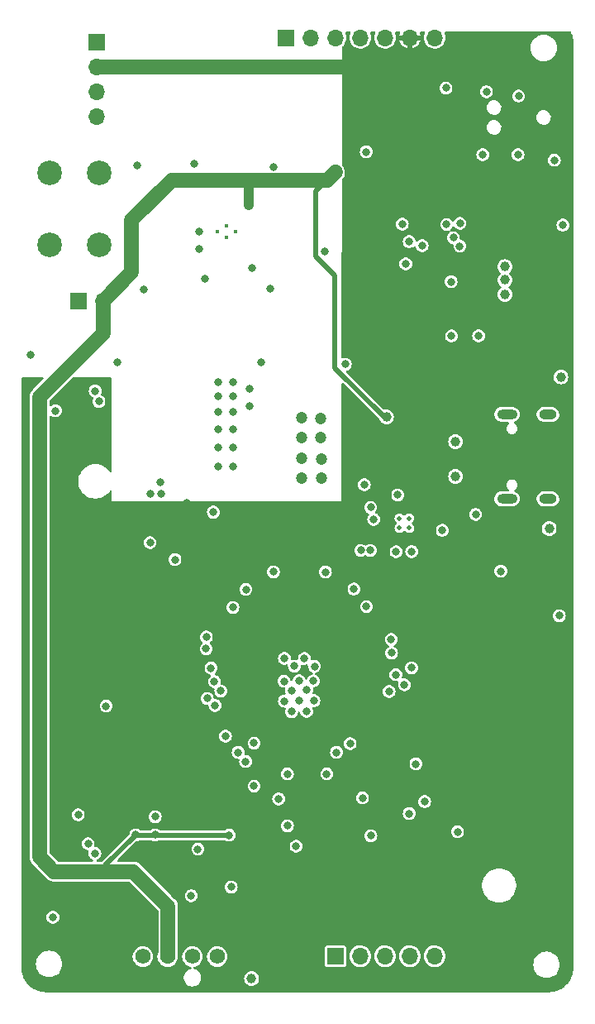
<source format=gbr>
%TF.GenerationSoftware,KiCad,Pcbnew,7.0.2*%
%TF.CreationDate,2023-09-05T18:58:23-04:00*%
%TF.ProjectId,bitaxeUltra,62697461-7865-4556-9c74-72612e6b6963,rev?*%
%TF.SameCoordinates,Original*%
%TF.FileFunction,Copper,L3,Inr*%
%TF.FilePolarity,Positive*%
%FSLAX46Y46*%
G04 Gerber Fmt 4.6, Leading zero omitted, Abs format (unit mm)*
G04 Created by KiCad (PCBNEW 7.0.2) date 2023-09-05 18:58:23*
%MOMM*%
%LPD*%
G01*
G04 APERTURE LIST*
%TA.AperFunction,ComponentPad*%
%ADD10C,0.500000*%
%TD*%
%TA.AperFunction,ComponentPad*%
%ADD11C,0.400000*%
%TD*%
%TA.AperFunction,ComponentPad*%
%ADD12C,1.574800*%
%TD*%
%TA.AperFunction,ComponentPad*%
%ADD13R,1.700000X1.700000*%
%TD*%
%TA.AperFunction,ComponentPad*%
%ADD14O,1.700000X1.700000*%
%TD*%
%TA.AperFunction,ComponentPad*%
%ADD15C,2.520000*%
%TD*%
%TA.AperFunction,ComponentPad*%
%ADD16O,1.800000X1.000000*%
%TD*%
%TA.AperFunction,ComponentPad*%
%ADD17O,2.100000X1.000000*%
%TD*%
%TA.AperFunction,ViaPad*%
%ADD18C,0.800000*%
%TD*%
%TA.AperFunction,ViaPad*%
%ADD19C,1.000000*%
%TD*%
%TA.AperFunction,ViaPad*%
%ADD20C,1.200000*%
%TD*%
%TA.AperFunction,Conductor*%
%ADD21C,1.500000*%
%TD*%
%TA.AperFunction,Conductor*%
%ADD22C,0.508000*%
%TD*%
%TA.AperFunction,Conductor*%
%ADD23C,1.000000*%
%TD*%
G04 APERTURE END LIST*
D10*
%TO.N,GND*%
%TO.C,U2*%
X116922000Y-98765000D03*
X116922000Y-99765000D03*
X115922000Y-99765000D03*
X115922000Y-98765000D03*
%TD*%
D11*
%TO.N,GND*%
%TO.C,U9*%
X98201691Y-68847200D03*
X99151691Y-69422200D03*
X97251691Y-69422200D03*
X98201691Y-69997200D03*
%TD*%
D12*
%TO.N,GND*%
%TO.C,J4*%
X89621000Y-143622000D03*
%TO.N,/5V*%
X92161000Y-143622000D03*
%TO.N,/Fan/FAN_TACH*%
X94701000Y-143622000D03*
%TO.N,/Fan/FAN_PWM*%
X97241000Y-143622000D03*
%TD*%
D13*
%TO.N,GND*%
%TO.C,J9*%
X84859000Y-50049000D03*
D14*
%TO.N,/3V3*%
X84859000Y-52589000D03*
%TO.N,/SCL*%
X84859000Y-55129000D03*
%TO.N,/SDA*%
X84859000Y-57669000D03*
%TD*%
D15*
%TO.N,GND*%
%TO.C,J2*%
X85190000Y-63390000D03*
X80110000Y-63390000D03*
%TD*%
%TO.N,/Power/VIN*%
%TO.C,J1*%
X85190000Y-70810000D03*
X80110000Y-70810000D03*
%TD*%
D13*
%TO.N,/RST*%
%TO.C,J6*%
X104293000Y-49587000D03*
D14*
%TO.N,/RX*%
X106833000Y-49587000D03*
%TO.N,/TX*%
X109373000Y-49587000D03*
%TO.N,/SDA*%
X111913000Y-49587000D03*
%TO.N,/SCL*%
X114453000Y-49587000D03*
%TO.N,/3V3*%
X116993000Y-49587000D03*
%TO.N,GND*%
X119533000Y-49587000D03*
%TD*%
D13*
%TO.N,/Power/VIN*%
%TO.C,J7*%
X83000000Y-76540000D03*
D14*
%TO.N,/5V*%
X85540000Y-76540000D03*
%TD*%
D13*
%TO.N,/BM1366/1V8*%
%TO.C,J3*%
X109350000Y-143580000D03*
D14*
%TO.N,/BM1366/CI*%
X111890000Y-143580000D03*
%TO.N,/BM1366/RO*%
X114430000Y-143580000D03*
%TO.N,/BM1366/RST_N*%
X116970000Y-143580000D03*
%TO.N,GND*%
X119510000Y-143580000D03*
%TD*%
D16*
%TO.N,GND*%
%TO.C,J8*%
X131123000Y-88136000D03*
D17*
X126943000Y-88136000D03*
D16*
X131123000Y-96776000D03*
D17*
X126943000Y-96776000D03*
%TD*%
D18*
%TO.N,GND*%
X80410000Y-139600000D03*
X78090000Y-82060000D03*
X100850600Y-73131400D03*
X116910000Y-128990000D03*
D19*
X126719000Y-75842000D03*
D18*
X97320000Y-93500000D03*
X131780000Y-62110000D03*
X112980000Y-131260000D03*
X97320000Y-87878600D03*
X100580000Y-87270000D03*
X106396000Y-118533000D03*
X97320000Y-84830000D03*
X98860000Y-84830000D03*
X104082000Y-115436000D03*
X98682000Y-136516000D03*
X98860000Y-93500000D03*
X106408000Y-116351000D03*
X128120000Y-55550000D03*
X95400600Y-69431400D03*
D19*
X100765000Y-145890000D03*
D18*
X94890000Y-62470000D03*
X97320000Y-86310000D03*
X105673000Y-117442000D03*
X80660000Y-87760000D03*
X97320000Y-89650000D03*
D19*
X126719000Y-74372000D03*
D18*
X90360055Y-101249945D03*
X98860000Y-91520000D03*
X117602000Y-123903000D03*
X104855000Y-118563000D03*
X104132000Y-117472000D03*
X121210000Y-74547000D03*
X98860000Y-86310000D03*
X97320000Y-91520000D03*
X112922500Y-102037000D03*
X107144000Y-117442000D03*
X90897000Y-129309000D03*
D19*
X131250000Y-99822000D03*
D18*
X112318000Y-95325000D03*
X112512000Y-61250000D03*
X105623000Y-115406000D03*
X98860000Y-89650000D03*
X104867000Y-116381000D03*
X86970000Y-82770000D03*
D19*
X126719000Y-73012000D03*
D18*
X105330000Y-132320000D03*
X104430000Y-130240000D03*
D19*
X132450000Y-84290000D03*
D18*
X98860000Y-87878600D03*
X115573700Y-102188000D03*
X120310000Y-100000000D03*
X83001194Y-129118806D03*
X96840000Y-98140000D03*
X132297000Y-108743000D03*
X92910000Y-102990000D03*
X95260000Y-132630000D03*
X107094000Y-115406000D03*
X100580000Y-85521400D03*
%TO.N,/BM1366/1V8*%
X101015000Y-126170000D03*
X115737362Y-96385646D03*
X118490000Y-127770000D03*
X117172000Y-102173000D03*
X112130000Y-127390000D03*
X109458000Y-122723000D03*
X101015000Y-121775000D03*
%TO.N,/BM1366/VDD4_0*%
X115099642Y-112550642D03*
%TO.N,/VDD*%
X110361000Y-82986000D03*
X116198500Y-68651500D03*
X103000000Y-104240000D03*
X105152000Y-113890000D03*
D20*
X107870000Y-90540000D03*
X107910000Y-92670000D03*
D18*
X104126000Y-113110000D03*
X108330000Y-104270000D03*
X103000000Y-62838100D03*
X107204000Y-113920000D03*
D20*
X107910000Y-94640000D03*
D18*
X106178000Y-113110000D03*
D20*
X105880000Y-90540000D03*
X105880000Y-88500000D03*
X107850000Y-88520000D03*
X105930000Y-94670000D03*
X105900000Y-92650000D03*
D18*
%TO.N,/ESP32/EN*%
X126293000Y-104178000D03*
X132665000Y-68760000D03*
X122101300Y-70905000D03*
D19*
%TO.N,/5V*%
X114580768Y-88400366D03*
D18*
X88883000Y-131168000D03*
X100470000Y-66770000D03*
X94580000Y-137390000D03*
X90881000Y-131182000D03*
D20*
X109323000Y-63360000D03*
D18*
X98450000Y-131200000D03*
%TO.N,/3V3*%
X115457000Y-62413000D03*
X114010000Y-95176000D03*
X127766000Y-100521000D03*
X129610000Y-55490000D03*
X115895000Y-79945000D03*
D19*
X129310000Y-83980000D03*
D18*
X110548000Y-70672000D03*
X130940000Y-76750000D03*
X98662000Y-137914100D03*
X117172000Y-96434000D03*
X83700000Y-87750000D03*
X80676100Y-129980000D03*
X82880000Y-132350000D03*
X94100000Y-97190000D03*
X82990000Y-85090000D03*
%TO.N,/TX*%
X118240000Y-70860000D03*
%TO.N,/RX*%
X116918500Y-70448500D03*
%TO.N,/BM1366/VDD3_0*%
X115070000Y-111160000D03*
%TO.N,/BM1366/VDD2_0*%
X112530000Y-107800000D03*
%TO.N,/RST*%
X120676000Y-54726000D03*
X121437000Y-70037900D03*
%TO.N,/BM1366/MODE_OUT*%
X110862000Y-121832000D03*
%TO.N,/SCL*%
X120743000Y-68680100D03*
X85120000Y-86810000D03*
X90390000Y-96230000D03*
X84010000Y-132070000D03*
%TO.N,/Power/OUT0*%
X91440000Y-95040000D03*
X89730000Y-75310000D03*
%TO.N,/BM1366/0V8*%
X108468000Y-124939000D03*
X100155000Y-123661000D03*
X104431000Y-124939000D03*
X103530000Y-127490000D03*
%TO.N,/BM1366/VDD1_0*%
X111250000Y-106010000D03*
%TO.N,/BM1366/VDD1_1*%
X100180000Y-106040000D03*
%TO.N,/BM1366/VDD2_1*%
X98850000Y-107880000D03*
%TO.N,/BM1366/MODE_0*%
X98090000Y-121060000D03*
%TO.N,/BM1366/VDD3_1*%
X96130000Y-110920000D03*
%TO.N,/BM1366/VDD4_1*%
X96109000Y-112124000D03*
%TO.N,Net-(U9-BOOT)*%
X95368800Y-71183600D03*
X95958800Y-74273600D03*
%TO.N,/BM1366/CI*%
X121860400Y-130850000D03*
X113272599Y-98869299D03*
%TO.N,/BM1366/RO*%
X112962000Y-97645000D03*
X116428000Y-115817000D03*
%TO.N,/BM1366/RST_N*%
X117148868Y-114071132D03*
X111948000Y-102053000D03*
%TO.N,Net-(Q2-G)*%
X101710600Y-82811400D03*
X102700000Y-75260000D03*
%TO.N,/BM1366/RI*%
X97600000Y-116430000D03*
%TO.N,/BM1366/CLKI*%
X114844000Y-116495900D03*
%TO.N,/BM1366/NRSTO*%
X96610000Y-114090000D03*
%TO.N,/BM1366/BO*%
X96950000Y-115460000D03*
%TO.N,/BM1366/CLKO*%
X96220000Y-117200000D03*
%TO.N,/BM1366/CO*%
X97010000Y-117920000D03*
%TO.N,/ESP32/P_TX*%
X128060000Y-61549000D03*
%TO.N,/ESP32/P_RX*%
X124447000Y-61551000D03*
%TO.N,/ESP32/IO0*%
X124830000Y-55100000D03*
X122113000Y-68573000D03*
X123719000Y-98362000D03*
%TO.N,/ESP32/XIN32*%
X124019000Y-80080000D03*
%TO.N,/BM1366/MODE_1*%
X99393000Y-122727000D03*
%TO.N,/ESP32/XOUT32*%
X121248000Y-80100000D03*
%TO.N,/Power/PGOOD*%
X108278900Y-71440000D03*
%TO.N,/SDA*%
X84702648Y-133065000D03*
X116560000Y-72727000D03*
X84730000Y-85730000D03*
X91500000Y-96290000D03*
X89050000Y-62680000D03*
%TO.N,/BM1366/BI*%
X115540000Y-114780000D03*
%TO.N,/BM1366/NC*%
X85860000Y-117980000D03*
D19*
%TO.N,Net-(D1-Pad2)*%
X121666000Y-90932000D03*
X121666000Y-94488000D03*
%TD*%
D21*
%TO.N,/5V*%
X85540000Y-76540000D02*
X88470000Y-73610000D01*
D22*
X85750000Y-134294000D02*
X85750000Y-134909000D01*
X85750000Y-134909000D02*
X85737000Y-134922000D01*
D21*
X85737000Y-134922000D02*
X80505000Y-134922000D01*
X92161000Y-143622000D02*
X92207000Y-143576000D01*
D22*
X109300000Y-83360000D02*
X109300000Y-73917422D01*
X107370000Y-65313000D02*
X109323000Y-63360000D01*
X114580768Y-88400366D02*
X114340366Y-88400366D01*
D23*
X100490000Y-66750000D02*
X100490000Y-64140000D01*
D21*
X92207000Y-138468000D02*
X88661000Y-134922000D01*
D22*
X88844000Y-131200000D02*
X85750000Y-134294000D01*
X114340366Y-88400366D02*
X109300000Y-83360000D01*
D21*
X100490000Y-64140000D02*
X108543000Y-64140000D01*
X80505000Y-134922000D02*
X80501000Y-134926000D01*
D22*
X98450000Y-131200000D02*
X88844000Y-131200000D01*
D21*
X79035000Y-133460000D02*
X80501000Y-134926000D01*
X85540000Y-79838000D02*
X79035000Y-86343000D01*
X85540000Y-76540000D02*
X85540000Y-79838000D01*
X92207000Y-143576000D02*
X92207000Y-138468000D01*
X88470000Y-73610000D02*
X88470000Y-68240000D01*
X88661000Y-134922000D02*
X85737000Y-134922000D01*
X88470000Y-68240000D02*
X92570000Y-64140000D01*
D22*
X107370000Y-71987422D02*
X107370000Y-65313000D01*
D21*
X79035000Y-86343000D02*
X79035000Y-133460000D01*
X108543000Y-64140000D02*
X109323000Y-63360000D01*
X92570000Y-64140000D02*
X100490000Y-64140000D01*
D22*
X109300000Y-73917422D02*
X107370000Y-71987422D01*
D21*
%TO.N,/3V3*%
X110141000Y-52589000D02*
X110180000Y-52550000D01*
X84859000Y-52589000D02*
X110141000Y-52589000D01*
%TD*%
%TA.AperFunction,Conductor*%
%TO.N,/3V3*%
G36*
X110861955Y-48968002D02*
G01*
X110908448Y-49021658D01*
X110918552Y-49091932D01*
X110906624Y-49130163D01*
X110878672Y-49186297D01*
X110822654Y-49383180D01*
X110803767Y-49587000D01*
X110822654Y-49790819D01*
X110878672Y-49987702D01*
X110969910Y-50170933D01*
X110969912Y-50170935D01*
X111093268Y-50334285D01*
X111244538Y-50472186D01*
X111321365Y-50519755D01*
X111417844Y-50579493D01*
X111418573Y-50579944D01*
X111609444Y-50653888D01*
X111810653Y-50691500D01*
X111810655Y-50691500D01*
X112015345Y-50691500D01*
X112015347Y-50691500D01*
X112216556Y-50653888D01*
X112407427Y-50579944D01*
X112581462Y-50472186D01*
X112732732Y-50334285D01*
X112856088Y-50170935D01*
X112947328Y-49987701D01*
X113003345Y-49790821D01*
X113022232Y-49587000D01*
X113003345Y-49383179D01*
X112947328Y-49186299D01*
X112941171Y-49173934D01*
X112919376Y-49130163D01*
X112906916Y-49060268D01*
X112934223Y-48994733D01*
X112992626Y-48954365D01*
X113032166Y-48948000D01*
X113333834Y-48948000D01*
X113401955Y-48968002D01*
X113448448Y-49021658D01*
X113458552Y-49091932D01*
X113446624Y-49130163D01*
X113418672Y-49186297D01*
X113362654Y-49383180D01*
X113343767Y-49586999D01*
X113362654Y-49790819D01*
X113418672Y-49987702D01*
X113509910Y-50170933D01*
X113509912Y-50170935D01*
X113633268Y-50334285D01*
X113784538Y-50472186D01*
X113861365Y-50519755D01*
X113957844Y-50579493D01*
X113958573Y-50579944D01*
X114149444Y-50653888D01*
X114350653Y-50691500D01*
X114350655Y-50691500D01*
X114555345Y-50691500D01*
X114555347Y-50691500D01*
X114756556Y-50653888D01*
X114947427Y-50579944D01*
X115121462Y-50472186D01*
X115272732Y-50334285D01*
X115396088Y-50170935D01*
X115487328Y-49987701D01*
X115543345Y-49790821D01*
X115562232Y-49587000D01*
X115543345Y-49383179D01*
X115487328Y-49186299D01*
X115481171Y-49173934D01*
X115459376Y-49130163D01*
X115446916Y-49060268D01*
X115474223Y-48994733D01*
X115532626Y-48954365D01*
X115572166Y-48948000D01*
X115874392Y-48948000D01*
X115942513Y-48968002D01*
X115989006Y-49021658D01*
X115999110Y-49091932D01*
X115987183Y-49130163D01*
X115959139Y-49186482D01*
X115917450Y-49332999D01*
X115917451Y-49333000D01*
X116561884Y-49333000D01*
X116533507Y-49377156D01*
X116493000Y-49515111D01*
X116493000Y-49658889D01*
X116533507Y-49796844D01*
X116561884Y-49841000D01*
X115917451Y-49841000D01*
X115959140Y-49987522D01*
X116050337Y-50170669D01*
X116173638Y-50333945D01*
X116324844Y-50471788D01*
X116498795Y-50579493D01*
X116689580Y-50653404D01*
X116738999Y-50662642D01*
X116739000Y-50662642D01*
X116738999Y-50020674D01*
X116850685Y-50071680D01*
X116957237Y-50087000D01*
X117028763Y-50087000D01*
X117135315Y-50071680D01*
X117247000Y-50020674D01*
X117247000Y-50662642D01*
X117296419Y-50653404D01*
X117487204Y-50579493D01*
X117661155Y-50471788D01*
X117812361Y-50333945D01*
X117935662Y-50170669D01*
X118026859Y-49987522D01*
X118068549Y-49841000D01*
X117424116Y-49841000D01*
X117452493Y-49796844D01*
X117493000Y-49658889D01*
X117493000Y-49515111D01*
X117452493Y-49377156D01*
X117424116Y-49333000D01*
X118068549Y-49333000D01*
X118068549Y-49332999D01*
X118026860Y-49186482D01*
X117998817Y-49130163D01*
X117986359Y-49060268D01*
X118013665Y-48994733D01*
X118072068Y-48954365D01*
X118111608Y-48948000D01*
X118413834Y-48948000D01*
X118481955Y-48968002D01*
X118528448Y-49021658D01*
X118538552Y-49091932D01*
X118526624Y-49130163D01*
X118498672Y-49186297D01*
X118442654Y-49383180D01*
X118423767Y-49586999D01*
X118442654Y-49790819D01*
X118498672Y-49987702D01*
X118589910Y-50170933D01*
X118589912Y-50170935D01*
X118713268Y-50334285D01*
X118864538Y-50472186D01*
X118941365Y-50519755D01*
X119037844Y-50579493D01*
X119038573Y-50579944D01*
X119229444Y-50653888D01*
X119430653Y-50691500D01*
X119430655Y-50691500D01*
X119635345Y-50691500D01*
X119635347Y-50691500D01*
X119836556Y-50653888D01*
X119965334Y-50603999D01*
X129327341Y-50603999D01*
X129347937Y-50839409D01*
X129409096Y-51067662D01*
X129508965Y-51281829D01*
X129644507Y-51475404D01*
X129811595Y-51642492D01*
X129811598Y-51642494D01*
X129811599Y-51642495D01*
X130005171Y-51778035D01*
X130217193Y-51876903D01*
X130219337Y-51877903D01*
X130447596Y-51939064D01*
X130621287Y-51954260D01*
X130621294Y-51954260D01*
X130624034Y-51954500D01*
X130626774Y-51954500D01*
X130739226Y-51954500D01*
X130741966Y-51954500D01*
X130744706Y-51954260D01*
X130744712Y-51954260D01*
X130918403Y-51939064D01*
X130918406Y-51939063D01*
X130918408Y-51939063D01*
X131146663Y-51877903D01*
X131360829Y-51778035D01*
X131554401Y-51642495D01*
X131721495Y-51475401D01*
X131857035Y-51281830D01*
X131956903Y-51067663D01*
X132018063Y-50839408D01*
X132038659Y-50604000D01*
X132018063Y-50368592D01*
X131956903Y-50140337D01*
X131857035Y-49926171D01*
X131721495Y-49732599D01*
X131721494Y-49732598D01*
X131721492Y-49732595D01*
X131554404Y-49565507D01*
X131360829Y-49429965D01*
X131146662Y-49330096D01*
X130918403Y-49268935D01*
X130744712Y-49253739D01*
X130744683Y-49253737D01*
X130741966Y-49253500D01*
X130624034Y-49253500D01*
X130621317Y-49253737D01*
X130621287Y-49253739D01*
X130447596Y-49268935D01*
X130219337Y-49330096D01*
X130005170Y-49429965D01*
X129811595Y-49565507D01*
X129644507Y-49732595D01*
X129508965Y-49926169D01*
X129409096Y-50140336D01*
X129347937Y-50368590D01*
X129327341Y-50603999D01*
X119965334Y-50603999D01*
X120027427Y-50579944D01*
X120201462Y-50472186D01*
X120352732Y-50334285D01*
X120476088Y-50170935D01*
X120567328Y-49987701D01*
X120623345Y-49790821D01*
X120642232Y-49587000D01*
X120623345Y-49383179D01*
X120567328Y-49186299D01*
X120561171Y-49173934D01*
X120539376Y-49130163D01*
X120526916Y-49060268D01*
X120554223Y-48994733D01*
X120612626Y-48954365D01*
X120652166Y-48948000D01*
X133389476Y-48948000D01*
X133457597Y-48968002D01*
X133504090Y-49021658D01*
X133504375Y-49022288D01*
X133520820Y-49058827D01*
X133522330Y-49062321D01*
X133575720Y-49191215D01*
X133579606Y-49201948D01*
X133622215Y-49338688D01*
X133622996Y-49341292D01*
X133661153Y-49473738D01*
X133664013Y-49485906D01*
X133690723Y-49631655D01*
X133713258Y-49764289D01*
X133714807Y-49777777D01*
X133725012Y-49946475D01*
X133731302Y-50058474D01*
X133731500Y-50065538D01*
X133731500Y-144740460D01*
X133731302Y-144747525D01*
X133725012Y-144859524D01*
X133714808Y-145028216D01*
X133713258Y-145041714D01*
X133690723Y-145174343D01*
X133676602Y-145251404D01*
X133664015Y-145320091D01*
X133664014Y-145320095D01*
X133661154Y-145332257D01*
X133622995Y-145464707D01*
X133622215Y-145467310D01*
X133579606Y-145604050D01*
X133575719Y-145614784D01*
X133522330Y-145743674D01*
X133520821Y-145747168D01*
X133462740Y-145876217D01*
X133458120Y-145885451D01*
X133390231Y-146008290D01*
X133387780Y-146012528D01*
X133314996Y-146132926D01*
X133309929Y-146140654D01*
X133228447Y-146255492D01*
X133224871Y-146260285D01*
X133138365Y-146370702D01*
X133133131Y-146376955D01*
X133039181Y-146482086D01*
X133034325Y-146487222D01*
X132935222Y-146586325D01*
X132930086Y-146591181D01*
X132824955Y-146685131D01*
X132818702Y-146690365D01*
X132708285Y-146776871D01*
X132703492Y-146780447D01*
X132588654Y-146861929D01*
X132580926Y-146866996D01*
X132460528Y-146939780D01*
X132456290Y-146942231D01*
X132333451Y-147010120D01*
X132324217Y-147014740D01*
X132195168Y-147072821D01*
X132191674Y-147074330D01*
X132062784Y-147127719D01*
X132052050Y-147131606D01*
X131915310Y-147174215D01*
X131912706Y-147174996D01*
X131780260Y-147213153D01*
X131768092Y-147216013D01*
X131622344Y-147242723D01*
X131489709Y-147265258D01*
X131476221Y-147266807D01*
X131307524Y-147277012D01*
X131195525Y-147283302D01*
X131188461Y-147283500D01*
X79732539Y-147283500D01*
X79725474Y-147283302D01*
X79613475Y-147277012D01*
X79444782Y-147266808D01*
X79431284Y-147265258D01*
X79298656Y-147242723D01*
X79227995Y-147229774D01*
X79152887Y-147216010D01*
X79140741Y-147213154D01*
X79008291Y-147174995D01*
X79005688Y-147174215D01*
X78868948Y-147131606D01*
X78858214Y-147127719D01*
X78729324Y-147074330D01*
X78725830Y-147072821D01*
X78596781Y-147014740D01*
X78587547Y-147010120D01*
X78511226Y-146967940D01*
X78464682Y-146942216D01*
X78460470Y-146939780D01*
X78340072Y-146866996D01*
X78332344Y-146861929D01*
X78217506Y-146780447D01*
X78212713Y-146776871D01*
X78102296Y-146690365D01*
X78096043Y-146685131D01*
X77990912Y-146591181D01*
X77985776Y-146586325D01*
X77886673Y-146487222D01*
X77881817Y-146482086D01*
X77787867Y-146376955D01*
X77782633Y-146370702D01*
X77696127Y-146260285D01*
X77692564Y-146255509D01*
X77611059Y-146140638D01*
X77606002Y-146132926D01*
X77533194Y-146012487D01*
X77530802Y-146008350D01*
X77462878Y-145885451D01*
X77458258Y-145876217D01*
X77456685Y-145872723D01*
X77400157Y-145747122D01*
X77398668Y-145743674D01*
X77361483Y-145653903D01*
X77345275Y-145614774D01*
X77341400Y-145604072D01*
X77298779Y-145467297D01*
X77298002Y-145464706D01*
X77284142Y-145416597D01*
X77259842Y-145332250D01*
X77256986Y-145320095D01*
X77230288Y-145174416D01*
X77207738Y-145041697D01*
X77206192Y-145028233D01*
X77195988Y-144859524D01*
X77189698Y-144747524D01*
X77189500Y-144740462D01*
X77189500Y-144380000D01*
X78664341Y-144380000D01*
X78684937Y-144615409D01*
X78746096Y-144843662D01*
X78845965Y-145057829D01*
X78981507Y-145251404D01*
X79148595Y-145418492D01*
X79148598Y-145418494D01*
X79148599Y-145418495D01*
X79342171Y-145554035D01*
X79449428Y-145604050D01*
X79556337Y-145653903D01*
X79784596Y-145715064D01*
X79958287Y-145730260D01*
X79958294Y-145730260D01*
X79961034Y-145730500D01*
X79963774Y-145730500D01*
X80076226Y-145730500D01*
X80078966Y-145730500D01*
X80081706Y-145730260D01*
X80081712Y-145730260D01*
X80255403Y-145715064D01*
X80255406Y-145715063D01*
X80255408Y-145715063D01*
X80483663Y-145653903D01*
X80697829Y-145554035D01*
X80891401Y-145418495D01*
X81058495Y-145251401D01*
X81194035Y-145057830D01*
X81293903Y-144843663D01*
X81355063Y-144615408D01*
X81375659Y-144380000D01*
X81355063Y-144144592D01*
X81293903Y-143916337D01*
X81194035Y-143702171D01*
X81137898Y-143621999D01*
X88574058Y-143621999D01*
X88594175Y-143826248D01*
X88653752Y-144022645D01*
X88750501Y-144203652D01*
X88880700Y-144362299D01*
X89039347Y-144492498D01*
X89039351Y-144492500D01*
X89220353Y-144589247D01*
X89300252Y-144613484D01*
X89416751Y-144648824D01*
X89621000Y-144668941D01*
X89825248Y-144648824D01*
X90021647Y-144589247D01*
X90202649Y-144492500D01*
X90202650Y-144492498D01*
X90202652Y-144492498D01*
X90361299Y-144362299D01*
X90491498Y-144203652D01*
X90512727Y-144163935D01*
X90588247Y-144022647D01*
X90647824Y-143826248D01*
X90667941Y-143622000D01*
X90667172Y-143614187D01*
X90647824Y-143417751D01*
X90588247Y-143221354D01*
X90588247Y-143221353D01*
X90491500Y-143040351D01*
X90491498Y-143040347D01*
X90361299Y-142881700D01*
X90202652Y-142751501D01*
X90021645Y-142654752D01*
X89825248Y-142595175D01*
X89621000Y-142575058D01*
X89416751Y-142595175D01*
X89220354Y-142654752D01*
X89039347Y-142751501D01*
X88880700Y-142881700D01*
X88750501Y-143040347D01*
X88653752Y-143221354D01*
X88594175Y-143417751D01*
X88574058Y-143621999D01*
X81137898Y-143621999D01*
X81058495Y-143508599D01*
X81058494Y-143508598D01*
X81058492Y-143508595D01*
X80891404Y-143341507D01*
X80697829Y-143205965D01*
X80483662Y-143106096D01*
X80255403Y-143044935D01*
X80081712Y-143029739D01*
X80081683Y-143029737D01*
X80078966Y-143029500D01*
X79961034Y-143029500D01*
X79958317Y-143029737D01*
X79958287Y-143029739D01*
X79784596Y-143044935D01*
X79556337Y-143106096D01*
X79342170Y-143205965D01*
X79148595Y-143341507D01*
X78981507Y-143508595D01*
X78845965Y-143702169D01*
X78746096Y-143916336D01*
X78684937Y-144144590D01*
X78664341Y-144380000D01*
X77189500Y-144380000D01*
X77189500Y-139600000D01*
X79750693Y-139600000D01*
X79769850Y-139757780D01*
X79826212Y-139906394D01*
X79826213Y-139906395D01*
X79916502Y-140037201D01*
X80035471Y-140142599D01*
X80176207Y-140216463D01*
X80330529Y-140254500D01*
X80330531Y-140254500D01*
X80489469Y-140254500D01*
X80489471Y-140254500D01*
X80643793Y-140216463D01*
X80784529Y-140142599D01*
X80903498Y-140037201D01*
X80993787Y-139906395D01*
X81050149Y-139757782D01*
X81069307Y-139600000D01*
X81050149Y-139442218D01*
X80993787Y-139293605D01*
X80903498Y-139162799D01*
X80784529Y-139057401D01*
X80643793Y-138983537D01*
X80489471Y-138945500D01*
X80330529Y-138945500D01*
X80176207Y-138983537D01*
X80176206Y-138983537D01*
X80176204Y-138983538D01*
X80035472Y-139057400D01*
X79916501Y-139162799D01*
X79826212Y-139293605D01*
X79769850Y-139442219D01*
X79750693Y-139600000D01*
X77189500Y-139600000D01*
X77189500Y-84436000D01*
X77209502Y-84367879D01*
X77263158Y-84321386D01*
X77315500Y-84310000D01*
X79343231Y-84310000D01*
X79411352Y-84330002D01*
X79457845Y-84383658D01*
X79467949Y-84453932D01*
X79438455Y-84518512D01*
X79432326Y-84525095D01*
X78334819Y-85622601D01*
X78332534Y-85624830D01*
X78268897Y-85685321D01*
X78235096Y-85733883D01*
X78229335Y-85741523D01*
X78191947Y-85787378D01*
X78177848Y-85814368D01*
X78169587Y-85828003D01*
X78152189Y-85853000D01*
X78128850Y-85907384D01*
X78124745Y-85916028D01*
X78097358Y-85968457D01*
X78088984Y-85997727D01*
X78083634Y-86012754D01*
X78071624Y-86040739D01*
X78059713Y-86098696D01*
X78057432Y-86107988D01*
X78041157Y-86164871D01*
X78038844Y-86195231D01*
X78036630Y-86211018D01*
X78030500Y-86240852D01*
X78030500Y-86300023D01*
X78030136Y-86309590D01*
X78025643Y-86368577D01*
X78029490Y-86398774D01*
X78030500Y-86414694D01*
X78030500Y-133445684D01*
X78030460Y-133448876D01*
X78028235Y-133536670D01*
X78038673Y-133594910D01*
X78040002Y-133604389D01*
X78045987Y-133663244D01*
X78055103Y-133692301D01*
X78058903Y-133707784D01*
X78064276Y-133737757D01*
X78086221Y-133792693D01*
X78089432Y-133801713D01*
X78107146Y-133858171D01*
X78121921Y-133884791D01*
X78128761Y-133899194D01*
X78140060Y-133927478D01*
X78172619Y-133976881D01*
X78177570Y-133985052D01*
X78206292Y-134036798D01*
X78206294Y-134036801D01*
X78226123Y-134059899D01*
X78235727Y-134072636D01*
X78252482Y-134098059D01*
X78294321Y-134139898D01*
X78300817Y-134146907D01*
X78339364Y-134191809D01*
X78363444Y-134210448D01*
X78375414Y-134220991D01*
X79770448Y-135616026D01*
X79774846Y-135620652D01*
X79824126Y-135675196D01*
X79883356Y-135718689D01*
X79888395Y-135722589D01*
X79945380Y-135769054D01*
X79959618Y-135776491D01*
X79975851Y-135786610D01*
X79988794Y-135796114D01*
X80055609Y-135826813D01*
X80061289Y-135829598D01*
X80126460Y-135863642D01*
X80136644Y-135866555D01*
X80141894Y-135868058D01*
X80159841Y-135874705D01*
X80174431Y-135881409D01*
X80246053Y-135898028D01*
X80252200Y-135899620D01*
X80322873Y-135919843D01*
X80338883Y-135921062D01*
X80357795Y-135923958D01*
X80373439Y-135927589D01*
X80446931Y-135929450D01*
X80453281Y-135929773D01*
X80526578Y-135935356D01*
X80542516Y-135933325D01*
X80561599Y-135932357D01*
X80577668Y-135932765D01*
X80596164Y-135929450D01*
X80601599Y-135928476D01*
X80623826Y-135926500D01*
X85634852Y-135926500D01*
X88192733Y-135926500D01*
X88260854Y-135946502D01*
X88281828Y-135963405D01*
X91165595Y-138847172D01*
X91199621Y-138909484D01*
X91202500Y-138936267D01*
X91202500Y-143173828D01*
X91197074Y-143210404D01*
X91134175Y-143417751D01*
X91114058Y-143622000D01*
X91134175Y-143826248D01*
X91193752Y-144022645D01*
X91290501Y-144203652D01*
X91420700Y-144362299D01*
X91579347Y-144492498D01*
X91579351Y-144492500D01*
X91760353Y-144589247D01*
X91840252Y-144613484D01*
X91956751Y-144648824D01*
X92160999Y-144668941D01*
X92160999Y-144668940D01*
X92161000Y-144668941D01*
X92365248Y-144648824D01*
X92561647Y-144589247D01*
X92742649Y-144492500D01*
X92742650Y-144492498D01*
X92742652Y-144492498D01*
X92901299Y-144362299D01*
X93031498Y-144203652D01*
X93052727Y-144163935D01*
X93128247Y-144022647D01*
X93187824Y-143826248D01*
X93190705Y-143796992D01*
X93194959Y-143774688D01*
X93200843Y-143754127D01*
X93203154Y-143723772D01*
X93205370Y-143707973D01*
X93211500Y-143678148D01*
X93211500Y-143621999D01*
X93654058Y-143621999D01*
X93674175Y-143826248D01*
X93733752Y-144022645D01*
X93830501Y-144203652D01*
X93960700Y-144362299D01*
X94119347Y-144492498D01*
X94119351Y-144492500D01*
X94300353Y-144589247D01*
X94496752Y-144648824D01*
X94500224Y-144649166D01*
X94507313Y-144652028D01*
X94508628Y-144652427D01*
X94508592Y-144652544D01*
X94566055Y-144675746D01*
X94607067Y-144733699D01*
X94610236Y-144804625D01*
X94574557Y-144866005D01*
X94524831Y-144891455D01*
X94525820Y-144894497D01*
X94513226Y-144898588D01*
X94513225Y-144898589D01*
X94485578Y-144907571D01*
X94333656Y-144956933D01*
X94170141Y-145051339D01*
X94029831Y-145177675D01*
X93918852Y-145330425D01*
X93842055Y-145502912D01*
X93831189Y-145554034D01*
X93802800Y-145687596D01*
X93802800Y-145876406D01*
X93842055Y-146061089D01*
X93918851Y-146233575D01*
X94023023Y-146376955D01*
X94029831Y-146386326D01*
X94170141Y-146512662D01*
X94333656Y-146607068D01*
X94404961Y-146630236D01*
X94513225Y-146665413D01*
X94653923Y-146680201D01*
X94657213Y-146680201D01*
X94744787Y-146680201D01*
X94748077Y-146680201D01*
X94888775Y-146665413D01*
X95068343Y-146607068D01*
X95231857Y-146512663D01*
X95372170Y-146386325D01*
X95483149Y-146233575D01*
X95559945Y-146061089D01*
X95596311Y-145890000D01*
X100005726Y-145890000D01*
X100024763Y-146058956D01*
X100037409Y-146095095D01*
X100080918Y-146219437D01*
X100103573Y-146255492D01*
X100171377Y-146363402D01*
X100291597Y-146483622D01*
X100291599Y-146483623D01*
X100291600Y-146483624D01*
X100435563Y-146574082D01*
X100596046Y-146630237D01*
X100765000Y-146649274D01*
X100933954Y-146630237D01*
X101094437Y-146574082D01*
X101238400Y-146483624D01*
X101358624Y-146363400D01*
X101449082Y-146219437D01*
X101505237Y-146058954D01*
X101524274Y-145890000D01*
X101505237Y-145721046D01*
X101449082Y-145560563D01*
X101358624Y-145416600D01*
X101358623Y-145416599D01*
X101358622Y-145416597D01*
X101238402Y-145296377D01*
X101196647Y-145270141D01*
X101094437Y-145205918D01*
X101040942Y-145187199D01*
X100933956Y-145149763D01*
X100765000Y-145130726D01*
X100596043Y-145149763D01*
X100435563Y-145205918D01*
X100291597Y-145296377D01*
X100171377Y-145416597D01*
X100080918Y-145560563D01*
X100024763Y-145721043D01*
X100005726Y-145890000D01*
X95596311Y-145890000D01*
X95599200Y-145876406D01*
X95599200Y-145687596D01*
X95559945Y-145502913D01*
X95483149Y-145330427D01*
X95372170Y-145177677D01*
X95363888Y-145170220D01*
X95231858Y-145051339D01*
X95068343Y-144956933D01*
X94926099Y-144910716D01*
X94888775Y-144898589D01*
X94888773Y-144898588D01*
X94876180Y-144894497D01*
X94877559Y-144890250D01*
X94835234Y-144872806D01*
X94794641Y-144814559D01*
X94791983Y-144743612D01*
X94828103Y-144682491D01*
X94891534Y-144650600D01*
X94901759Y-144649167D01*
X94905248Y-144648824D01*
X95101647Y-144589247D01*
X95282649Y-144492500D01*
X95282650Y-144492498D01*
X95282652Y-144492498D01*
X95441299Y-144362299D01*
X95571498Y-144203652D01*
X95592727Y-144163935D01*
X95668247Y-144022647D01*
X95727824Y-143826248D01*
X95747941Y-143622000D01*
X96194058Y-143622000D01*
X96214175Y-143826248D01*
X96273752Y-144022645D01*
X96370501Y-144203652D01*
X96500700Y-144362299D01*
X96659347Y-144492498D01*
X96659351Y-144492500D01*
X96840353Y-144589247D01*
X96920252Y-144613484D01*
X97036751Y-144648824D01*
X97241000Y-144668941D01*
X97445248Y-144648824D01*
X97641647Y-144589247D01*
X97822649Y-144492500D01*
X97822650Y-144492498D01*
X97822652Y-144492498D01*
X97868260Y-144455068D01*
X108245500Y-144455068D01*
X108260265Y-144529300D01*
X108316515Y-144613484D01*
X108366506Y-144646887D01*
X108400699Y-144669734D01*
X108474933Y-144684500D01*
X110225066Y-144684499D01*
X110225068Y-144684499D01*
X110274556Y-144674655D01*
X110299301Y-144669734D01*
X110383484Y-144613484D01*
X110439734Y-144529301D01*
X110454500Y-144455067D01*
X110454499Y-143579999D01*
X110780767Y-143579999D01*
X110799654Y-143783819D01*
X110855672Y-143980702D01*
X110946910Y-144163933D01*
X110976905Y-144203652D01*
X111070268Y-144327285D01*
X111221538Y-144465186D01*
X111395573Y-144572944D01*
X111586444Y-144646888D01*
X111787653Y-144684500D01*
X111787655Y-144684500D01*
X111992345Y-144684500D01*
X111992347Y-144684500D01*
X112193556Y-144646888D01*
X112384427Y-144572944D01*
X112558462Y-144465186D01*
X112709732Y-144327285D01*
X112833088Y-144163935D01*
X112924328Y-143980701D01*
X112980345Y-143783821D01*
X112999232Y-143580000D01*
X113320767Y-143580000D01*
X113339654Y-143783819D01*
X113395672Y-143980702D01*
X113486910Y-144163933D01*
X113516905Y-144203652D01*
X113610268Y-144327285D01*
X113761538Y-144465186D01*
X113935573Y-144572944D01*
X114126444Y-144646888D01*
X114327653Y-144684500D01*
X114327655Y-144684500D01*
X114532345Y-144684500D01*
X114532347Y-144684500D01*
X114733556Y-144646888D01*
X114924427Y-144572944D01*
X115098462Y-144465186D01*
X115249732Y-144327285D01*
X115373088Y-144163935D01*
X115464328Y-143980701D01*
X115520345Y-143783821D01*
X115539232Y-143580000D01*
X115539232Y-143579999D01*
X115860767Y-143579999D01*
X115879654Y-143783819D01*
X115935672Y-143980702D01*
X116026910Y-144163933D01*
X116056905Y-144203652D01*
X116150268Y-144327285D01*
X116301538Y-144465186D01*
X116475573Y-144572944D01*
X116666444Y-144646888D01*
X116867653Y-144684500D01*
X116867655Y-144684500D01*
X117072345Y-144684500D01*
X117072347Y-144684500D01*
X117273556Y-144646888D01*
X117464427Y-144572944D01*
X117638462Y-144465186D01*
X117789732Y-144327285D01*
X117913088Y-144163935D01*
X118004328Y-143980701D01*
X118060345Y-143783821D01*
X118079232Y-143580000D01*
X118400767Y-143580000D01*
X118419654Y-143783819D01*
X118475672Y-143980702D01*
X118566910Y-144163933D01*
X118596905Y-144203652D01*
X118690268Y-144327285D01*
X118841538Y-144465186D01*
X119015573Y-144572944D01*
X119206444Y-144646888D01*
X119407653Y-144684500D01*
X119407655Y-144684500D01*
X119612345Y-144684500D01*
X119612347Y-144684500D01*
X119813556Y-144646888D01*
X120004427Y-144572944D01*
X120170689Y-144469999D01*
X129624341Y-144469999D01*
X129644937Y-144705409D01*
X129706096Y-144933662D01*
X129805965Y-145147829D01*
X129941507Y-145341404D01*
X130108595Y-145508492D01*
X130108598Y-145508494D01*
X130108599Y-145508495D01*
X130302171Y-145644035D01*
X130515846Y-145743674D01*
X130516337Y-145743903D01*
X130744596Y-145805064D01*
X130918287Y-145820260D01*
X130918294Y-145820260D01*
X130921034Y-145820500D01*
X130923774Y-145820500D01*
X131036226Y-145820500D01*
X131038966Y-145820500D01*
X131041706Y-145820260D01*
X131041712Y-145820260D01*
X131215403Y-145805064D01*
X131215406Y-145805063D01*
X131215408Y-145805063D01*
X131443663Y-145743903D01*
X131657829Y-145644035D01*
X131851401Y-145508495D01*
X132018495Y-145341401D01*
X132154035Y-145147830D01*
X132253903Y-144933663D01*
X132315063Y-144705408D01*
X132335659Y-144470000D01*
X132315063Y-144234592D01*
X132253903Y-144006337D01*
X132154035Y-143792171D01*
X132018495Y-143598599D01*
X132018494Y-143598598D01*
X132018492Y-143598595D01*
X131851404Y-143431507D01*
X131657829Y-143295965D01*
X131443662Y-143196096D01*
X131215403Y-143134935D01*
X131041712Y-143119739D01*
X131041683Y-143119737D01*
X131038966Y-143119500D01*
X130921034Y-143119500D01*
X130918317Y-143119737D01*
X130918287Y-143119739D01*
X130744596Y-143134935D01*
X130516337Y-143196096D01*
X130302170Y-143295965D01*
X130108595Y-143431507D01*
X129941507Y-143598595D01*
X129805965Y-143792169D01*
X129706096Y-144006336D01*
X129644937Y-144234590D01*
X129624341Y-144469999D01*
X120170689Y-144469999D01*
X120178462Y-144465186D01*
X120329732Y-144327285D01*
X120453088Y-144163935D01*
X120544328Y-143980701D01*
X120600345Y-143783821D01*
X120619232Y-143580000D01*
X120600345Y-143376179D01*
X120544328Y-143179299D01*
X120507877Y-143106096D01*
X120453089Y-142996066D01*
X120366724Y-142881701D01*
X120329732Y-142832715D01*
X120178462Y-142694814D01*
X120074913Y-142630699D01*
X120004428Y-142587056D01*
X119899779Y-142546515D01*
X119813556Y-142513112D01*
X119612347Y-142475500D01*
X119407653Y-142475500D01*
X119206443Y-142513111D01*
X119206444Y-142513112D01*
X119015571Y-142587056D01*
X118841539Y-142694813D01*
X118690267Y-142832716D01*
X118566910Y-142996066D01*
X118475672Y-143179297D01*
X118419654Y-143376180D01*
X118400767Y-143580000D01*
X118079232Y-143580000D01*
X118060345Y-143376179D01*
X118004328Y-143179299D01*
X117967877Y-143106096D01*
X117913089Y-142996066D01*
X117826724Y-142881701D01*
X117789732Y-142832715D01*
X117638462Y-142694814D01*
X117534913Y-142630699D01*
X117464428Y-142587056D01*
X117359779Y-142546515D01*
X117273556Y-142513112D01*
X117072347Y-142475500D01*
X116867653Y-142475500D01*
X116666443Y-142513111D01*
X116666444Y-142513112D01*
X116475571Y-142587056D01*
X116301539Y-142694813D01*
X116150267Y-142832716D01*
X116026910Y-142996066D01*
X115935672Y-143179297D01*
X115879654Y-143376180D01*
X115860767Y-143579999D01*
X115539232Y-143579999D01*
X115520345Y-143376179D01*
X115464328Y-143179299D01*
X115427877Y-143106096D01*
X115373089Y-142996066D01*
X115286724Y-142881701D01*
X115249732Y-142832715D01*
X115098462Y-142694814D01*
X114994913Y-142630699D01*
X114924428Y-142587056D01*
X114819779Y-142546515D01*
X114733556Y-142513112D01*
X114532347Y-142475500D01*
X114327653Y-142475500D01*
X114126444Y-142513111D01*
X114126444Y-142513112D01*
X113935571Y-142587056D01*
X113761539Y-142694813D01*
X113610267Y-142832716D01*
X113486910Y-142996066D01*
X113395672Y-143179297D01*
X113339654Y-143376180D01*
X113320767Y-143580000D01*
X112999232Y-143580000D01*
X112980345Y-143376179D01*
X112924328Y-143179299D01*
X112887877Y-143106096D01*
X112833089Y-142996066D01*
X112746724Y-142881701D01*
X112709732Y-142832715D01*
X112558462Y-142694814D01*
X112454913Y-142630699D01*
X112384428Y-142587056D01*
X112279779Y-142546515D01*
X112193556Y-142513112D01*
X111992347Y-142475500D01*
X111787653Y-142475500D01*
X111586443Y-142513111D01*
X111586444Y-142513112D01*
X111395571Y-142587056D01*
X111221539Y-142694813D01*
X111070267Y-142832716D01*
X110946910Y-142996066D01*
X110855672Y-143179297D01*
X110799654Y-143376180D01*
X110780767Y-143579999D01*
X110454499Y-143579999D01*
X110454499Y-142704934D01*
X110454499Y-142704933D01*
X110454499Y-142704931D01*
X110439734Y-142630699D01*
X110383484Y-142546515D01*
X110299301Y-142490266D01*
X110299296Y-142490265D01*
X110225067Y-142475500D01*
X110225066Y-142475500D01*
X108474931Y-142475500D01*
X108400699Y-142490265D01*
X108316515Y-142546515D01*
X108260266Y-142630698D01*
X108245500Y-142704933D01*
X108245500Y-144455068D01*
X97868260Y-144455068D01*
X97981299Y-144362299D01*
X98111498Y-144203652D01*
X98132727Y-144163935D01*
X98208247Y-144022647D01*
X98267824Y-143826248D01*
X98287941Y-143622000D01*
X98267824Y-143417752D01*
X98208247Y-143221353D01*
X98111500Y-143040351D01*
X98111498Y-143040347D01*
X97981299Y-142881700D01*
X97822652Y-142751501D01*
X97641645Y-142654752D01*
X97445248Y-142595175D01*
X97240999Y-142575058D01*
X97036751Y-142595175D01*
X96840354Y-142654752D01*
X96659347Y-142751501D01*
X96500700Y-142881700D01*
X96370501Y-143040347D01*
X96273752Y-143221354D01*
X96214175Y-143417751D01*
X96194058Y-143622000D01*
X95747941Y-143622000D01*
X95747172Y-143614187D01*
X95727824Y-143417751D01*
X95668247Y-143221354D01*
X95668247Y-143221353D01*
X95571500Y-143040351D01*
X95571498Y-143040347D01*
X95441299Y-142881700D01*
X95282652Y-142751501D01*
X95101645Y-142654752D01*
X94905248Y-142595175D01*
X94701000Y-142575058D01*
X94496751Y-142595175D01*
X94300354Y-142654752D01*
X94119347Y-142751501D01*
X93960700Y-142881700D01*
X93830501Y-143040347D01*
X93733752Y-143221354D01*
X93674175Y-143417751D01*
X93654058Y-143621999D01*
X93211500Y-143621999D01*
X93211500Y-143618950D01*
X93211861Y-143609435D01*
X93216356Y-143550422D01*
X93212510Y-143520224D01*
X93211500Y-143504305D01*
X93211500Y-138482314D01*
X93211540Y-138479122D01*
X93213765Y-138391332D01*
X93203327Y-138333096D01*
X93201999Y-138323637D01*
X93196012Y-138264753D01*
X93186894Y-138235694D01*
X93183094Y-138220209D01*
X93177722Y-138190238D01*
X93155774Y-138135295D01*
X93152566Y-138126287D01*
X93134853Y-138069827D01*
X93134852Y-138069825D01*
X93120074Y-138043200D01*
X93113236Y-138028803D01*
X93101940Y-138000522D01*
X93093779Y-137988139D01*
X93069378Y-137951113D01*
X93064417Y-137942926D01*
X93058112Y-137931567D01*
X93035708Y-137891202D01*
X93035705Y-137891198D01*
X93015877Y-137868101D01*
X93006273Y-137855364D01*
X92989516Y-137829938D01*
X92947691Y-137788113D01*
X92941183Y-137781091D01*
X92902638Y-137736192D01*
X92878554Y-137717550D01*
X92866584Y-137707007D01*
X92549577Y-137390000D01*
X93920693Y-137390000D01*
X93939850Y-137547780D01*
X93996212Y-137696394D01*
X94067994Y-137800387D01*
X94086502Y-137827201D01*
X94205471Y-137932599D01*
X94346207Y-138006463D01*
X94500529Y-138044500D01*
X94500531Y-138044500D01*
X94659469Y-138044500D01*
X94659471Y-138044500D01*
X94813793Y-138006463D01*
X94954529Y-137932599D01*
X95073498Y-137827201D01*
X95163787Y-137696395D01*
X95220149Y-137547782D01*
X95239307Y-137390000D01*
X95220149Y-137232218D01*
X95163787Y-137083605D01*
X95073498Y-136952799D01*
X94954529Y-136847401D01*
X94813793Y-136773537D01*
X94659471Y-136735500D01*
X94500529Y-136735500D01*
X94346207Y-136773537D01*
X94346206Y-136773537D01*
X94346204Y-136773538D01*
X94205472Y-136847400D01*
X94086501Y-136952799D01*
X93996212Y-137083605D01*
X93939850Y-137232219D01*
X93920693Y-137390000D01*
X92549577Y-137390000D01*
X91675577Y-136516000D01*
X98022693Y-136516000D01*
X98041850Y-136673780D01*
X98098212Y-136822394D01*
X98188225Y-136952799D01*
X98188502Y-136953201D01*
X98307471Y-137058599D01*
X98448207Y-137132463D01*
X98602529Y-137170500D01*
X98602531Y-137170500D01*
X98761469Y-137170500D01*
X98761471Y-137170500D01*
X98915793Y-137132463D01*
X99056529Y-137058599D01*
X99175498Y-136953201D01*
X99265787Y-136822395D01*
X99322149Y-136673782D01*
X99341307Y-136516000D01*
X99337079Y-136481182D01*
X124379500Y-136481182D01*
X124418604Y-136740615D01*
X124418605Y-136740618D01*
X124495936Y-136991323D01*
X124609772Y-137227704D01*
X124757563Y-137444474D01*
X124757565Y-137444476D01*
X124757567Y-137444479D01*
X124936019Y-137636805D01*
X125141143Y-137800386D01*
X125368357Y-137931568D01*
X125612584Y-138027420D01*
X125868370Y-138085802D01*
X126064506Y-138100500D01*
X126066859Y-138100500D01*
X126193141Y-138100500D01*
X126195494Y-138100500D01*
X126391630Y-138085802D01*
X126647416Y-138027420D01*
X126891643Y-137931568D01*
X127118857Y-137800386D01*
X127323981Y-137636805D01*
X127502433Y-137444479D01*
X127650228Y-137227704D01*
X127764063Y-136991323D01*
X127841396Y-136740615D01*
X127880500Y-136481182D01*
X127880500Y-136218818D01*
X127841396Y-135959385D01*
X127767735Y-135720582D01*
X127764063Y-135708676D01*
X127709242Y-135594840D01*
X127650228Y-135472296D01*
X127502433Y-135255521D01*
X127323981Y-135063195D01*
X127118857Y-134899614D01*
X126891643Y-134768432D01*
X126647417Y-134672580D01*
X126391630Y-134614198D01*
X126197836Y-134599675D01*
X126197822Y-134599674D01*
X126195494Y-134599500D01*
X126064506Y-134599500D01*
X126062178Y-134599674D01*
X126062163Y-134599675D01*
X125868369Y-134614198D01*
X125612582Y-134672580D01*
X125368356Y-134768432D01*
X125141146Y-134899612D01*
X125141143Y-134899614D01*
X124936019Y-135063195D01*
X124797525Y-135212455D01*
X124757563Y-135255525D01*
X124609772Y-135472295D01*
X124495936Y-135708676D01*
X124426016Y-135935355D01*
X124418604Y-135959385D01*
X124379500Y-136218818D01*
X124379500Y-136481182D01*
X99337079Y-136481182D01*
X99322149Y-136358218D01*
X99265787Y-136209605D01*
X99175498Y-136078799D01*
X99056529Y-135973401D01*
X98915793Y-135899537D01*
X98761471Y-135861500D01*
X98602529Y-135861500D01*
X98448207Y-135899537D01*
X98448206Y-135899537D01*
X98448204Y-135899538D01*
X98307472Y-135973400D01*
X98188501Y-136078799D01*
X98098212Y-136209605D01*
X98041850Y-136358219D01*
X98022693Y-136516000D01*
X91675577Y-136516000D01*
X89381418Y-134221840D01*
X89379189Y-134219555D01*
X89318677Y-134155896D01*
X89270121Y-134122100D01*
X89262478Y-134116337D01*
X89216620Y-134078946D01*
X89189629Y-134064847D01*
X89175987Y-134056582D01*
X89151000Y-134039190D01*
X89096625Y-134015855D01*
X89087980Y-134011749D01*
X89035539Y-133984357D01*
X89006263Y-133975980D01*
X88991236Y-133970630D01*
X88963260Y-133958624D01*
X88905307Y-133946714D01*
X88896015Y-133944434D01*
X88880051Y-133939866D01*
X88839125Y-133928156D01*
X88808768Y-133925844D01*
X88792980Y-133923630D01*
X88773359Y-133919598D01*
X88763148Y-133917500D01*
X88763147Y-133917500D01*
X88703975Y-133917500D01*
X88694407Y-133917136D01*
X88635422Y-133912644D01*
X88635421Y-133912644D01*
X88620022Y-133914605D01*
X88605224Y-133916490D01*
X88589306Y-133917500D01*
X87149818Y-133917500D01*
X87081697Y-133897498D01*
X87035204Y-133843842D01*
X87025100Y-133773568D01*
X87054594Y-133708988D01*
X87060723Y-133702405D01*
X87975348Y-132787780D01*
X88133128Y-132630000D01*
X94600693Y-132630000D01*
X94619850Y-132787780D01*
X94676212Y-132936394D01*
X94764983Y-133065000D01*
X94766502Y-133067201D01*
X94885471Y-133172599D01*
X95026207Y-133246463D01*
X95180529Y-133284500D01*
X95180531Y-133284500D01*
X95339469Y-133284500D01*
X95339471Y-133284500D01*
X95493793Y-133246463D01*
X95634529Y-133172599D01*
X95753498Y-133067201D01*
X95843787Y-132936395D01*
X95900149Y-132787782D01*
X95919307Y-132630000D01*
X95900149Y-132472218D01*
X95843787Y-132323605D01*
X95841299Y-132320000D01*
X104670693Y-132320000D01*
X104689850Y-132477780D01*
X104746212Y-132626394D01*
X104803079Y-132708779D01*
X104836502Y-132757201D01*
X104955471Y-132862599D01*
X105096207Y-132936463D01*
X105250529Y-132974500D01*
X105250531Y-132974500D01*
X105409469Y-132974500D01*
X105409471Y-132974500D01*
X105563793Y-132936463D01*
X105704529Y-132862599D01*
X105823498Y-132757201D01*
X105913787Y-132626395D01*
X105970149Y-132477782D01*
X105989307Y-132320000D01*
X105970149Y-132162218D01*
X105913787Y-132013605D01*
X105823498Y-131882799D01*
X105704529Y-131777401D01*
X105563793Y-131703537D01*
X105409471Y-131665500D01*
X105250529Y-131665500D01*
X105096207Y-131703537D01*
X105096206Y-131703537D01*
X105096204Y-131703538D01*
X104955472Y-131777400D01*
X104836501Y-131882799D01*
X104746212Y-132013605D01*
X104689850Y-132162219D01*
X104670693Y-132320000D01*
X95841299Y-132320000D01*
X95753498Y-132192799D01*
X95634529Y-132087401D01*
X95493793Y-132013537D01*
X95339471Y-131975500D01*
X95180529Y-131975500D01*
X95026207Y-132013537D01*
X95026206Y-132013537D01*
X95026204Y-132013538D01*
X94885472Y-132087400D01*
X94766501Y-132192799D01*
X94676212Y-132323605D01*
X94619850Y-132472219D01*
X94600693Y-132630000D01*
X88133128Y-132630000D01*
X88908647Y-131854480D01*
X88967583Y-131821239D01*
X89116793Y-131784463D01*
X89234031Y-131722931D01*
X89292584Y-131708500D01*
X90444740Y-131708500D01*
X90503295Y-131722932D01*
X90506470Y-131724598D01*
X90506471Y-131724599D01*
X90647207Y-131798463D01*
X90801529Y-131836500D01*
X90801531Y-131836500D01*
X90960469Y-131836500D01*
X90960471Y-131836500D01*
X91114793Y-131798463D01*
X91255529Y-131724599D01*
X91255529Y-131724598D01*
X91258705Y-131722932D01*
X91317260Y-131708500D01*
X97989195Y-131708500D01*
X98057316Y-131728502D01*
X98072748Y-131740187D01*
X98075469Y-131742598D01*
X98075471Y-131742599D01*
X98216207Y-131816463D01*
X98370529Y-131854500D01*
X98370531Y-131854500D01*
X98529469Y-131854500D01*
X98529471Y-131854500D01*
X98683793Y-131816463D01*
X98824529Y-131742599D01*
X98943498Y-131637201D01*
X99033787Y-131506395D01*
X99090149Y-131357782D01*
X99102022Y-131259999D01*
X112320693Y-131259999D01*
X112339850Y-131417780D01*
X112396212Y-131566394D01*
X112396213Y-131566395D01*
X112486502Y-131697201D01*
X112605471Y-131802599D01*
X112746207Y-131876463D01*
X112900529Y-131914500D01*
X112900531Y-131914500D01*
X113059469Y-131914500D01*
X113059471Y-131914500D01*
X113213793Y-131876463D01*
X113354529Y-131802599D01*
X113473498Y-131697201D01*
X113563787Y-131566395D01*
X113620149Y-131417782D01*
X113639307Y-131260000D01*
X113620149Y-131102218D01*
X113563787Y-130953605D01*
X113492274Y-130850000D01*
X121201093Y-130850000D01*
X121220250Y-131007780D01*
X121276612Y-131156394D01*
X121348126Y-131259999D01*
X121366902Y-131287201D01*
X121485871Y-131392599D01*
X121626607Y-131466463D01*
X121780929Y-131504500D01*
X121780931Y-131504500D01*
X121939869Y-131504500D01*
X121939871Y-131504500D01*
X122094193Y-131466463D01*
X122234929Y-131392599D01*
X122353898Y-131287201D01*
X122444187Y-131156395D01*
X122500549Y-131007782D01*
X122519707Y-130850000D01*
X122500549Y-130692218D01*
X122444187Y-130543605D01*
X122353898Y-130412799D01*
X122234929Y-130307401D01*
X122094193Y-130233537D01*
X121939871Y-130195500D01*
X121780929Y-130195500D01*
X121626607Y-130233537D01*
X121626606Y-130233537D01*
X121626604Y-130233538D01*
X121485872Y-130307400D01*
X121366901Y-130412799D01*
X121276612Y-130543605D01*
X121220250Y-130692219D01*
X121201093Y-130850000D01*
X113492274Y-130850000D01*
X113473498Y-130822799D01*
X113354529Y-130717401D01*
X113213793Y-130643537D01*
X113059471Y-130605500D01*
X112900529Y-130605500D01*
X112746207Y-130643537D01*
X112746206Y-130643537D01*
X112746204Y-130643538D01*
X112605472Y-130717400D01*
X112486501Y-130822799D01*
X112396212Y-130953605D01*
X112339850Y-131102219D01*
X112320693Y-131259999D01*
X99102022Y-131259999D01*
X99109307Y-131200000D01*
X99090149Y-131042218D01*
X99033787Y-130893605D01*
X98943498Y-130762799D01*
X98824529Y-130657401D01*
X98683793Y-130583537D01*
X98529471Y-130545500D01*
X98370529Y-130545500D01*
X98216207Y-130583536D01*
X98216207Y-130583537D01*
X98075469Y-130657401D01*
X98072748Y-130659813D01*
X98008495Y-130690013D01*
X97989195Y-130691500D01*
X91362122Y-130691500D01*
X91294001Y-130671498D01*
X91278569Y-130659813D01*
X91278568Y-130659812D01*
X91255529Y-130639401D01*
X91114793Y-130565537D01*
X90960471Y-130527500D01*
X90801529Y-130527500D01*
X90647207Y-130565537D01*
X90647206Y-130565537D01*
X90647204Y-130565538D01*
X90506472Y-130639400D01*
X90506470Y-130639401D01*
X90506471Y-130639401D01*
X90486154Y-130657401D01*
X90483431Y-130659813D01*
X90419178Y-130690013D01*
X90399878Y-130691500D01*
X89379925Y-130691500D01*
X89311804Y-130671498D01*
X89296371Y-130659812D01*
X89257530Y-130625401D01*
X89177764Y-130583537D01*
X89116793Y-130551537D01*
X88962471Y-130513500D01*
X88803529Y-130513500D01*
X88649207Y-130551537D01*
X88649206Y-130551537D01*
X88649204Y-130551538D01*
X88508472Y-130625400D01*
X88389501Y-130730799D01*
X88299213Y-130861604D01*
X88242850Y-131010219D01*
X88238167Y-131048785D01*
X88210098Y-131113997D01*
X88202181Y-131122689D01*
X85444276Y-133880595D01*
X85381964Y-133914621D01*
X85355181Y-133917500D01*
X84997911Y-133917500D01*
X84929790Y-133897498D01*
X84883297Y-133843842D01*
X84873193Y-133773568D01*
X84902687Y-133708988D01*
X84939356Y-133679933D01*
X85077177Y-133607599D01*
X85196146Y-133502201D01*
X85286435Y-133371395D01*
X85342797Y-133222782D01*
X85361955Y-133065000D01*
X85342797Y-132907218D01*
X85286435Y-132758605D01*
X85196146Y-132627799D01*
X85077177Y-132522401D01*
X84936441Y-132448537D01*
X84782119Y-132410500D01*
X84763395Y-132410500D01*
X84695274Y-132390498D01*
X84648781Y-132336842D01*
X84638677Y-132266568D01*
X84645584Y-132239818D01*
X84650149Y-132227782D01*
X84669307Y-132070000D01*
X84650149Y-131912218D01*
X84593787Y-131763605D01*
X84503498Y-131632799D01*
X84384529Y-131527401D01*
X84243793Y-131453537D01*
X84089471Y-131415500D01*
X83930529Y-131415500D01*
X83776207Y-131453537D01*
X83776206Y-131453537D01*
X83776204Y-131453538D01*
X83635472Y-131527400D01*
X83516501Y-131632799D01*
X83426212Y-131763605D01*
X83369850Y-131912219D01*
X83350693Y-132069999D01*
X83369850Y-132227780D01*
X83426212Y-132376394D01*
X83492356Y-132472219D01*
X83516502Y-132507201D01*
X83635471Y-132612599D01*
X83776207Y-132686463D01*
X83930529Y-132724500D01*
X83930531Y-132724500D01*
X83949253Y-132724500D01*
X84017374Y-132744502D01*
X84063867Y-132798158D01*
X84073971Y-132868432D01*
X84067064Y-132895182D01*
X84062498Y-132907219D01*
X84043341Y-133065000D01*
X84062498Y-133222780D01*
X84118860Y-133371394D01*
X84118861Y-133371395D01*
X84209150Y-133502201D01*
X84328119Y-133607599D01*
X84465940Y-133679933D01*
X84516963Y-133729301D01*
X84533195Y-133798417D01*
X84509484Y-133865337D01*
X84453357Y-133908814D01*
X84407385Y-133917500D01*
X80965268Y-133917500D01*
X80897147Y-133897498D01*
X80876172Y-133880595D01*
X80076404Y-133080826D01*
X80042379Y-133018514D01*
X80039500Y-132991731D01*
X80039500Y-130240000D01*
X103770693Y-130240000D01*
X103789850Y-130397780D01*
X103846212Y-130546394D01*
X103910411Y-130639401D01*
X103936502Y-130677201D01*
X104055471Y-130782599D01*
X104196207Y-130856463D01*
X104350529Y-130894500D01*
X104350531Y-130894500D01*
X104509469Y-130894500D01*
X104509471Y-130894500D01*
X104663793Y-130856463D01*
X104804529Y-130782599D01*
X104923498Y-130677201D01*
X105013787Y-130546395D01*
X105070149Y-130397782D01*
X105089307Y-130240000D01*
X105070149Y-130082218D01*
X105013787Y-129933605D01*
X104923498Y-129802799D01*
X104804529Y-129697401D01*
X104663793Y-129623537D01*
X104509471Y-129585500D01*
X104350529Y-129585500D01*
X104196207Y-129623537D01*
X104196206Y-129623537D01*
X104196204Y-129623538D01*
X104055472Y-129697400D01*
X103936501Y-129802799D01*
X103846212Y-129933605D01*
X103789850Y-130082219D01*
X103770693Y-130240000D01*
X80039500Y-130240000D01*
X80039500Y-129118806D01*
X82341887Y-129118806D01*
X82361044Y-129276586D01*
X82417406Y-129425200D01*
X82491539Y-129532599D01*
X82507696Y-129556007D01*
X82626665Y-129661405D01*
X82767401Y-129735269D01*
X82921723Y-129773306D01*
X82921725Y-129773306D01*
X83080663Y-129773306D01*
X83080665Y-129773306D01*
X83234987Y-129735269D01*
X83375723Y-129661405D01*
X83494692Y-129556007D01*
X83584981Y-129425201D01*
X83629051Y-129308999D01*
X90237693Y-129308999D01*
X90256850Y-129466780D01*
X90313212Y-129615394D01*
X90395955Y-129735267D01*
X90403502Y-129746201D01*
X90522471Y-129851599D01*
X90663207Y-129925463D01*
X90817529Y-129963500D01*
X90817531Y-129963500D01*
X90976469Y-129963500D01*
X90976471Y-129963500D01*
X91130793Y-129925463D01*
X91271529Y-129851599D01*
X91390498Y-129746201D01*
X91480787Y-129615395D01*
X91537149Y-129466782D01*
X91556307Y-129309000D01*
X91537149Y-129151218D01*
X91480787Y-129002605D01*
X91472086Y-128989999D01*
X116250693Y-128989999D01*
X116269850Y-129147780D01*
X116326212Y-129296394D01*
X116415121Y-129425200D01*
X116416502Y-129427201D01*
X116535471Y-129532599D01*
X116676207Y-129606463D01*
X116830529Y-129644500D01*
X116830531Y-129644500D01*
X116989469Y-129644500D01*
X116989471Y-129644500D01*
X117143793Y-129606463D01*
X117284529Y-129532599D01*
X117403498Y-129427201D01*
X117493787Y-129296395D01*
X117550149Y-129147782D01*
X117569307Y-128990000D01*
X117550149Y-128832218D01*
X117493787Y-128683605D01*
X117403498Y-128552799D01*
X117284529Y-128447401D01*
X117143793Y-128373537D01*
X116989471Y-128335500D01*
X116830529Y-128335500D01*
X116676207Y-128373537D01*
X116676206Y-128373537D01*
X116676204Y-128373538D01*
X116535472Y-128447400D01*
X116416501Y-128552799D01*
X116326212Y-128683605D01*
X116269850Y-128832219D01*
X116250693Y-128989999D01*
X91472086Y-128989999D01*
X91390498Y-128871799D01*
X91271529Y-128766401D01*
X91130793Y-128692537D01*
X90976471Y-128654500D01*
X90817529Y-128654500D01*
X90663207Y-128692537D01*
X90663206Y-128692537D01*
X90663204Y-128692538D01*
X90522472Y-128766400D01*
X90403501Y-128871799D01*
X90313212Y-129002605D01*
X90256850Y-129151219D01*
X90237693Y-129308999D01*
X83629051Y-129308999D01*
X83641343Y-129276588D01*
X83660501Y-129118806D01*
X83641343Y-128961024D01*
X83584981Y-128812411D01*
X83494692Y-128681605D01*
X83375723Y-128576207D01*
X83234987Y-128502343D01*
X83080665Y-128464306D01*
X82921723Y-128464306D01*
X82767401Y-128502343D01*
X82767400Y-128502343D01*
X82767398Y-128502344D01*
X82626666Y-128576206D01*
X82507695Y-128681605D01*
X82417406Y-128812411D01*
X82361044Y-128961025D01*
X82341887Y-129118806D01*
X80039500Y-129118806D01*
X80039500Y-127490000D01*
X102870693Y-127490000D01*
X102889850Y-127647780D01*
X102946212Y-127796394D01*
X102946213Y-127796395D01*
X103036502Y-127927201D01*
X103155471Y-128032599D01*
X103296207Y-128106463D01*
X103450529Y-128144500D01*
X103450531Y-128144500D01*
X103609469Y-128144500D01*
X103609471Y-128144500D01*
X103763793Y-128106463D01*
X103904529Y-128032599D01*
X104023498Y-127927201D01*
X104113787Y-127796395D01*
X104170149Y-127647782D01*
X104189307Y-127490000D01*
X104177165Y-127390000D01*
X111470693Y-127390000D01*
X111489850Y-127547780D01*
X111546212Y-127696394D01*
X111546213Y-127696395D01*
X111636502Y-127827201D01*
X111755471Y-127932599D01*
X111896207Y-128006463D01*
X112050529Y-128044500D01*
X112050531Y-128044500D01*
X112209469Y-128044500D01*
X112209471Y-128044500D01*
X112363793Y-128006463D01*
X112504529Y-127932599D01*
X112623498Y-127827201D01*
X112662981Y-127770000D01*
X117830693Y-127770000D01*
X117849850Y-127927780D01*
X117906212Y-128076394D01*
X117953223Y-128144500D01*
X117996502Y-128207201D01*
X118115471Y-128312599D01*
X118256207Y-128386463D01*
X118410529Y-128424500D01*
X118410531Y-128424500D01*
X118569469Y-128424500D01*
X118569471Y-128424500D01*
X118723793Y-128386463D01*
X118864529Y-128312599D01*
X118983498Y-128207201D01*
X119073787Y-128076395D01*
X119130149Y-127927782D01*
X119149307Y-127770000D01*
X119130149Y-127612218D01*
X119073787Y-127463605D01*
X118983498Y-127332799D01*
X118864529Y-127227401D01*
X118723793Y-127153537D01*
X118569471Y-127115500D01*
X118410529Y-127115500D01*
X118256207Y-127153537D01*
X118256206Y-127153537D01*
X118256204Y-127153538D01*
X118115472Y-127227400D01*
X117996501Y-127332799D01*
X117906212Y-127463605D01*
X117849850Y-127612219D01*
X117830693Y-127770000D01*
X112662981Y-127770000D01*
X112713787Y-127696395D01*
X112770149Y-127547782D01*
X112789307Y-127390000D01*
X112770149Y-127232218D01*
X112713787Y-127083605D01*
X112623498Y-126952799D01*
X112504529Y-126847401D01*
X112363793Y-126773537D01*
X112209471Y-126735500D01*
X112050529Y-126735500D01*
X111896207Y-126773537D01*
X111896206Y-126773537D01*
X111896204Y-126773538D01*
X111755472Y-126847400D01*
X111636501Y-126952799D01*
X111546212Y-127083605D01*
X111489850Y-127232219D01*
X111470693Y-127390000D01*
X104177165Y-127390000D01*
X104170149Y-127332218D01*
X104113787Y-127183605D01*
X104023498Y-127052799D01*
X103904529Y-126947401D01*
X103763793Y-126873537D01*
X103609471Y-126835500D01*
X103450529Y-126835500D01*
X103296207Y-126873537D01*
X103296206Y-126873537D01*
X103296204Y-126873538D01*
X103155472Y-126947400D01*
X103036501Y-127052799D01*
X102946212Y-127183605D01*
X102889850Y-127332219D01*
X102870693Y-127490000D01*
X80039500Y-127490000D01*
X80039500Y-126170000D01*
X100355693Y-126170000D01*
X100374850Y-126327780D01*
X100431212Y-126476394D01*
X100431213Y-126476395D01*
X100521502Y-126607201D01*
X100640471Y-126712599D01*
X100781207Y-126786463D01*
X100935529Y-126824500D01*
X100935531Y-126824500D01*
X101094469Y-126824500D01*
X101094471Y-126824500D01*
X101248793Y-126786463D01*
X101389529Y-126712599D01*
X101508498Y-126607201D01*
X101598787Y-126476395D01*
X101655149Y-126327782D01*
X101674307Y-126170000D01*
X101655149Y-126012218D01*
X101598787Y-125863605D01*
X101508498Y-125732799D01*
X101389529Y-125627401D01*
X101248793Y-125553537D01*
X101094471Y-125515500D01*
X100935529Y-125515500D01*
X100781207Y-125553537D01*
X100781206Y-125553537D01*
X100781204Y-125553538D01*
X100640472Y-125627400D01*
X100521501Y-125732799D01*
X100431212Y-125863605D01*
X100374850Y-126012219D01*
X100355693Y-126170000D01*
X80039500Y-126170000D01*
X80039500Y-124939000D01*
X103771693Y-124939000D01*
X103790850Y-125096780D01*
X103847212Y-125245394D01*
X103847213Y-125245395D01*
X103937502Y-125376201D01*
X104056471Y-125481599D01*
X104197207Y-125555463D01*
X104351529Y-125593500D01*
X104351531Y-125593500D01*
X104510469Y-125593500D01*
X104510471Y-125593500D01*
X104664793Y-125555463D01*
X104805529Y-125481599D01*
X104924498Y-125376201D01*
X105014787Y-125245395D01*
X105071149Y-125096782D01*
X105090307Y-124939000D01*
X107808693Y-124939000D01*
X107827850Y-125096780D01*
X107884212Y-125245394D01*
X107884213Y-125245395D01*
X107974502Y-125376201D01*
X108093471Y-125481599D01*
X108234207Y-125555463D01*
X108388529Y-125593500D01*
X108388531Y-125593500D01*
X108547469Y-125593500D01*
X108547471Y-125593500D01*
X108701793Y-125555463D01*
X108842529Y-125481599D01*
X108961498Y-125376201D01*
X109051787Y-125245395D01*
X109108149Y-125096782D01*
X109127307Y-124939000D01*
X109108149Y-124781218D01*
X109051787Y-124632605D01*
X108961498Y-124501799D01*
X108842529Y-124396401D01*
X108701793Y-124322537D01*
X108547471Y-124284500D01*
X108388529Y-124284500D01*
X108234207Y-124322537D01*
X108234206Y-124322537D01*
X108234204Y-124322538D01*
X108093472Y-124396400D01*
X107974501Y-124501799D01*
X107884212Y-124632605D01*
X107827850Y-124781219D01*
X107808693Y-124939000D01*
X105090307Y-124939000D01*
X105071149Y-124781218D01*
X105014787Y-124632605D01*
X104924498Y-124501799D01*
X104805529Y-124396401D01*
X104664793Y-124322537D01*
X104510471Y-124284500D01*
X104351529Y-124284500D01*
X104197207Y-124322537D01*
X104197206Y-124322537D01*
X104197204Y-124322538D01*
X104056472Y-124396400D01*
X103937501Y-124501799D01*
X103847212Y-124632605D01*
X103790850Y-124781219D01*
X103771693Y-124939000D01*
X80039500Y-124939000D01*
X80039500Y-122727000D01*
X98733693Y-122727000D01*
X98752850Y-122884780D01*
X98809212Y-123033394D01*
X98867888Y-123118400D01*
X98899502Y-123164201D01*
X99018471Y-123269599D01*
X99159207Y-123343463D01*
X99313529Y-123381500D01*
X99313531Y-123381500D01*
X99387406Y-123381500D01*
X99455527Y-123401502D01*
X99502020Y-123455158D01*
X99512487Y-123522687D01*
X99495693Y-123661000D01*
X99514850Y-123818780D01*
X99571212Y-123967394D01*
X99571213Y-123967395D01*
X99661502Y-124098201D01*
X99780471Y-124203599D01*
X99921207Y-124277463D01*
X100075529Y-124315500D01*
X100075531Y-124315500D01*
X100234469Y-124315500D01*
X100234471Y-124315500D01*
X100388793Y-124277463D01*
X100529529Y-124203599D01*
X100648498Y-124098201D01*
X100738787Y-123967395D01*
X100763209Y-123902999D01*
X116942693Y-123902999D01*
X116961850Y-124060780D01*
X117018212Y-124209394D01*
X117065196Y-124277461D01*
X117108502Y-124340201D01*
X117227471Y-124445599D01*
X117368207Y-124519463D01*
X117522529Y-124557500D01*
X117522531Y-124557500D01*
X117681469Y-124557500D01*
X117681471Y-124557500D01*
X117835793Y-124519463D01*
X117976529Y-124445599D01*
X118095498Y-124340201D01*
X118185787Y-124209395D01*
X118242149Y-124060782D01*
X118261307Y-123903000D01*
X118242149Y-123745218D01*
X118185787Y-123596605D01*
X118095498Y-123465799D01*
X117976529Y-123360401D01*
X117835793Y-123286537D01*
X117681471Y-123248500D01*
X117522529Y-123248500D01*
X117368207Y-123286537D01*
X117368206Y-123286537D01*
X117368204Y-123286538D01*
X117227472Y-123360400D01*
X117108501Y-123465799D01*
X117018212Y-123596605D01*
X116961850Y-123745219D01*
X116942693Y-123902999D01*
X100763209Y-123902999D01*
X100795149Y-123818782D01*
X100814307Y-123661000D01*
X100795149Y-123503218D01*
X100738787Y-123354605D01*
X100648498Y-123223799D01*
X100529529Y-123118401D01*
X100388793Y-123044537D01*
X100234471Y-123006500D01*
X100160594Y-123006500D01*
X100092473Y-122986498D01*
X100045980Y-122932842D01*
X100035513Y-122865313D01*
X100036372Y-122858232D01*
X100052307Y-122727000D01*
X100051821Y-122722999D01*
X108798693Y-122722999D01*
X108817850Y-122880780D01*
X108874212Y-123029394D01*
X108935649Y-123118400D01*
X108964502Y-123160201D01*
X109083471Y-123265599D01*
X109224207Y-123339463D01*
X109378529Y-123377500D01*
X109378531Y-123377500D01*
X109537469Y-123377500D01*
X109537471Y-123377500D01*
X109691793Y-123339463D01*
X109832529Y-123265599D01*
X109951498Y-123160201D01*
X110041787Y-123029395D01*
X110098149Y-122880782D01*
X110117307Y-122723000D01*
X110098149Y-122565218D01*
X110041787Y-122416605D01*
X109951498Y-122285799D01*
X109832529Y-122180401D01*
X109691793Y-122106537D01*
X109537471Y-122068500D01*
X109378529Y-122068500D01*
X109224207Y-122106537D01*
X109224206Y-122106537D01*
X109224204Y-122106538D01*
X109083472Y-122180400D01*
X108964501Y-122285799D01*
X108874212Y-122416605D01*
X108817850Y-122565219D01*
X108798693Y-122722999D01*
X100051821Y-122722999D01*
X100033149Y-122569218D01*
X99976787Y-122420605D01*
X99886498Y-122289799D01*
X99767529Y-122184401D01*
X99626793Y-122110537D01*
X99472471Y-122072500D01*
X99313529Y-122072500D01*
X99159207Y-122110537D01*
X99159206Y-122110537D01*
X99159204Y-122110538D01*
X99018472Y-122184400D01*
X98899501Y-122289799D01*
X98809212Y-122420605D01*
X98752850Y-122569219D01*
X98733693Y-122727000D01*
X80039500Y-122727000D01*
X80039500Y-121775000D01*
X100355693Y-121775000D01*
X100374850Y-121932780D01*
X100431212Y-122081394D01*
X100470557Y-122138394D01*
X100521502Y-122212201D01*
X100640471Y-122317599D01*
X100781207Y-122391463D01*
X100935529Y-122429500D01*
X100935531Y-122429500D01*
X101094469Y-122429500D01*
X101094471Y-122429500D01*
X101248793Y-122391463D01*
X101389529Y-122317599D01*
X101508498Y-122212201D01*
X101598787Y-122081395D01*
X101655149Y-121932782D01*
X101667386Y-121831999D01*
X110202693Y-121831999D01*
X110221850Y-121989780D01*
X110278212Y-122138394D01*
X110329158Y-122212201D01*
X110368502Y-122269201D01*
X110487471Y-122374599D01*
X110628207Y-122448463D01*
X110782529Y-122486500D01*
X110782531Y-122486500D01*
X110941469Y-122486500D01*
X110941471Y-122486500D01*
X111095793Y-122448463D01*
X111236529Y-122374599D01*
X111355498Y-122269201D01*
X111445787Y-122138395D01*
X111502149Y-121989782D01*
X111521307Y-121832000D01*
X111502149Y-121674218D01*
X111445787Y-121525605D01*
X111355498Y-121394799D01*
X111236529Y-121289401D01*
X111127923Y-121232400D01*
X111095795Y-121215538D01*
X111095794Y-121215537D01*
X111095793Y-121215537D01*
X110941471Y-121177500D01*
X110782529Y-121177500D01*
X110628207Y-121215537D01*
X110628206Y-121215537D01*
X110628204Y-121215538D01*
X110487472Y-121289400D01*
X110368501Y-121394799D01*
X110278212Y-121525605D01*
X110221850Y-121674219D01*
X110202693Y-121831999D01*
X101667386Y-121831999D01*
X101674307Y-121775000D01*
X101655149Y-121617218D01*
X101598787Y-121468605D01*
X101508498Y-121337799D01*
X101389529Y-121232401D01*
X101248793Y-121158537D01*
X101094471Y-121120500D01*
X100935529Y-121120500D01*
X100781207Y-121158537D01*
X100781206Y-121158537D01*
X100781204Y-121158538D01*
X100640472Y-121232400D01*
X100521501Y-121337799D01*
X100431212Y-121468605D01*
X100374850Y-121617219D01*
X100355693Y-121775000D01*
X80039500Y-121775000D01*
X80039500Y-121060000D01*
X97430693Y-121060000D01*
X97449850Y-121217780D01*
X97506212Y-121366394D01*
X97576764Y-121468605D01*
X97596502Y-121497201D01*
X97715471Y-121602599D01*
X97856207Y-121676463D01*
X98010529Y-121714500D01*
X98010531Y-121714500D01*
X98169469Y-121714500D01*
X98169471Y-121714500D01*
X98323793Y-121676463D01*
X98464529Y-121602599D01*
X98583498Y-121497201D01*
X98673787Y-121366395D01*
X98730149Y-121217782D01*
X98749307Y-121060000D01*
X98730149Y-120902218D01*
X98673787Y-120753605D01*
X98583498Y-120622799D01*
X98464529Y-120517401D01*
X98323793Y-120443537D01*
X98169471Y-120405500D01*
X98010529Y-120405500D01*
X97856207Y-120443537D01*
X97856206Y-120443537D01*
X97856204Y-120443538D01*
X97715472Y-120517400D01*
X97596501Y-120622799D01*
X97506212Y-120753605D01*
X97449850Y-120902219D01*
X97430693Y-121060000D01*
X80039500Y-121060000D01*
X80039500Y-117980000D01*
X85200693Y-117980000D01*
X85201956Y-117990401D01*
X85219850Y-118137780D01*
X85276212Y-118286394D01*
X85358231Y-118405218D01*
X85366502Y-118417201D01*
X85485471Y-118522599D01*
X85626207Y-118596463D01*
X85780529Y-118634500D01*
X85780531Y-118634500D01*
X85939469Y-118634500D01*
X85939471Y-118634500D01*
X86093793Y-118596463D01*
X86234529Y-118522599D01*
X86353498Y-118417201D01*
X86443787Y-118286395D01*
X86500149Y-118137782D01*
X86519307Y-117980000D01*
X86500149Y-117822218D01*
X86443787Y-117673605D01*
X86353498Y-117542799D01*
X86234529Y-117437401D01*
X86093793Y-117363537D01*
X85939471Y-117325500D01*
X85780529Y-117325500D01*
X85626207Y-117363537D01*
X85626206Y-117363537D01*
X85626204Y-117363538D01*
X85485472Y-117437400D01*
X85366501Y-117542799D01*
X85276212Y-117673605D01*
X85219850Y-117822219D01*
X85204756Y-117946537D01*
X85200693Y-117980000D01*
X80039500Y-117980000D01*
X80039500Y-117200000D01*
X95560693Y-117200000D01*
X95579850Y-117357780D01*
X95636212Y-117506394D01*
X95721380Y-117629780D01*
X95726502Y-117637201D01*
X95845471Y-117742599D01*
X95986207Y-117816463D01*
X96140529Y-117854500D01*
X96140531Y-117854500D01*
X96231114Y-117854500D01*
X96299235Y-117874502D01*
X96345728Y-117928158D01*
X96356195Y-117965313D01*
X96369850Y-118077780D01*
X96426212Y-118226394D01*
X96456610Y-118270432D01*
X96516502Y-118357201D01*
X96635471Y-118462599D01*
X96776207Y-118536463D01*
X96930529Y-118574500D01*
X96930531Y-118574500D01*
X97089469Y-118574500D01*
X97089471Y-118574500D01*
X97243793Y-118536463D01*
X97384529Y-118462599D01*
X97503498Y-118357201D01*
X97593787Y-118226395D01*
X97650149Y-118077782D01*
X97669307Y-117920000D01*
X97650149Y-117762218D01*
X97593787Y-117613605D01*
X97503498Y-117482799D01*
X97384529Y-117377401D01*
X97243793Y-117303537D01*
X97089471Y-117265500D01*
X96998886Y-117265500D01*
X96930765Y-117245498D01*
X96884272Y-117191842D01*
X96873805Y-117154687D01*
X96860149Y-117042218D01*
X96803787Y-116893605D01*
X96713498Y-116762799D01*
X96594529Y-116657401D01*
X96453793Y-116583537D01*
X96299471Y-116545500D01*
X96140529Y-116545500D01*
X95986207Y-116583537D01*
X95986206Y-116583537D01*
X95986204Y-116583538D01*
X95845472Y-116657400D01*
X95726501Y-116762799D01*
X95636212Y-116893605D01*
X95579850Y-117042219D01*
X95560693Y-117200000D01*
X80039500Y-117200000D01*
X80039500Y-114089999D01*
X95950693Y-114089999D01*
X95969850Y-114247780D01*
X96026212Y-114396394D01*
X96116501Y-114527199D01*
X96116502Y-114527201D01*
X96235471Y-114632599D01*
X96376207Y-114706463D01*
X96485279Y-114733347D01*
X96546632Y-114769070D01*
X96578934Y-114832293D01*
X96571926Y-114902943D01*
X96538678Y-114949997D01*
X96456501Y-115022799D01*
X96366212Y-115153605D01*
X96309850Y-115302219D01*
X96290693Y-115460000D01*
X96309850Y-115617780D01*
X96366212Y-115766394D01*
X96449738Y-115887401D01*
X96456502Y-115897201D01*
X96575471Y-116002599D01*
X96716207Y-116076463D01*
X96868827Y-116114080D01*
X96930179Y-116149802D01*
X96962480Y-116213025D01*
X96958637Y-116256658D01*
X96961695Y-116257030D01*
X96940693Y-116430000D01*
X96959850Y-116587780D01*
X97016212Y-116736394D01*
X97098452Y-116855538D01*
X97106502Y-116867201D01*
X97225471Y-116972599D01*
X97366207Y-117046463D01*
X97520529Y-117084500D01*
X97520531Y-117084500D01*
X97679469Y-117084500D01*
X97679471Y-117084500D01*
X97833793Y-117046463D01*
X97974529Y-116972599D01*
X98093498Y-116867201D01*
X98183787Y-116736395D01*
X98240149Y-116587782D01*
X98259307Y-116430000D01*
X98240149Y-116272218D01*
X98183787Y-116123605D01*
X98093498Y-115992799D01*
X97974529Y-115887401D01*
X97833793Y-115813537D01*
X97681173Y-115775919D01*
X97619819Y-115740196D01*
X97587518Y-115676973D01*
X97591365Y-115633341D01*
X97588305Y-115632970D01*
X97593520Y-115590018D01*
X97609307Y-115460000D01*
X97606393Y-115436000D01*
X103422693Y-115436000D01*
X103441850Y-115593780D01*
X103498212Y-115742394D01*
X103567794Y-115843200D01*
X103588502Y-115873201D01*
X103707471Y-115978599D01*
X103848207Y-116052463D01*
X104002529Y-116090500D01*
X104002531Y-116090500D01*
X104100742Y-116090500D01*
X104168863Y-116110502D01*
X104215356Y-116164158D01*
X104225822Y-116231686D01*
X104212900Y-116338118D01*
X104207693Y-116381000D01*
X104226850Y-116538779D01*
X104226850Y-116538781D01*
X104226851Y-116538782D01*
X104267825Y-116646820D01*
X104273279Y-116717606D01*
X104239597Y-116780105D01*
X104177472Y-116814471D01*
X104150013Y-116817500D01*
X104052529Y-116817500D01*
X103898207Y-116855537D01*
X103898206Y-116855537D01*
X103898204Y-116855538D01*
X103757472Y-116929400D01*
X103638501Y-117034799D01*
X103548212Y-117165605D01*
X103491850Y-117314219D01*
X103472693Y-117472000D01*
X103491850Y-117629780D01*
X103548212Y-117778394D01*
X103624212Y-117888498D01*
X103638502Y-117909201D01*
X103757471Y-118014599D01*
X103898207Y-118088463D01*
X104052529Y-118126500D01*
X104052531Y-118126500D01*
X104138013Y-118126500D01*
X104206134Y-118146502D01*
X104252627Y-118200158D01*
X104262731Y-118270432D01*
X104255826Y-118297176D01*
X104233062Y-118357200D01*
X104214850Y-118405220D01*
X104195693Y-118562999D01*
X104214850Y-118720780D01*
X104271212Y-118869394D01*
X104340794Y-118970200D01*
X104361502Y-119000201D01*
X104480471Y-119105599D01*
X104621207Y-119179463D01*
X104775529Y-119217500D01*
X104775531Y-119217500D01*
X104934469Y-119217500D01*
X104934471Y-119217500D01*
X105088793Y-119179463D01*
X105229529Y-119105599D01*
X105348498Y-119000201D01*
X105438787Y-118869395D01*
X105495149Y-118720782D01*
X105502240Y-118662377D01*
X105530306Y-118597166D01*
X105589175Y-118557479D01*
X105660154Y-118555919D01*
X105720709Y-118592981D01*
X105751614Y-118656898D01*
X105752402Y-118662378D01*
X105755850Y-118690781D01*
X105812212Y-118839394D01*
X105832921Y-118869395D01*
X105902502Y-118970201D01*
X106021471Y-119075599D01*
X106162207Y-119149463D01*
X106316529Y-119187500D01*
X106316531Y-119187500D01*
X106475469Y-119187500D01*
X106475471Y-119187500D01*
X106629793Y-119149463D01*
X106770529Y-119075599D01*
X106889498Y-118970201D01*
X106979787Y-118839395D01*
X107036149Y-118690782D01*
X107055307Y-118533000D01*
X107036149Y-118375218D01*
X106995174Y-118267179D01*
X106989721Y-118196394D01*
X107023403Y-118133895D01*
X107085528Y-118099529D01*
X107112987Y-118096500D01*
X107223469Y-118096500D01*
X107223471Y-118096500D01*
X107377793Y-118058463D01*
X107518529Y-117984599D01*
X107637498Y-117879201D01*
X107727787Y-117748395D01*
X107784149Y-117599782D01*
X107803307Y-117442000D01*
X107784149Y-117284218D01*
X107727787Y-117135605D01*
X107637498Y-117004799D01*
X107518529Y-116899401D01*
X107377793Y-116825537D01*
X107223471Y-116787500D01*
X107124987Y-116787500D01*
X107056866Y-116767498D01*
X107010373Y-116713842D01*
X107000269Y-116643568D01*
X107007175Y-116616820D01*
X107048149Y-116508782D01*
X107049713Y-116495900D01*
X114184693Y-116495900D01*
X114203850Y-116653680D01*
X114260212Y-116802294D01*
X114329910Y-116903268D01*
X114350502Y-116933101D01*
X114469471Y-117038499D01*
X114610207Y-117112363D01*
X114764529Y-117150400D01*
X114764531Y-117150400D01*
X114923469Y-117150400D01*
X114923471Y-117150400D01*
X115077793Y-117112363D01*
X115218529Y-117038499D01*
X115337498Y-116933101D01*
X115427787Y-116802295D01*
X115484149Y-116653682D01*
X115503307Y-116495900D01*
X115484149Y-116338118D01*
X115427787Y-116189505D01*
X115337498Y-116058699D01*
X115218529Y-115953301D01*
X115148160Y-115916369D01*
X115077795Y-115879438D01*
X115077794Y-115879437D01*
X115077793Y-115879437D01*
X114923471Y-115841400D01*
X114764529Y-115841400D01*
X114610207Y-115879437D01*
X114610206Y-115879437D01*
X114610204Y-115879438D01*
X114469472Y-115953300D01*
X114350501Y-116058699D01*
X114260212Y-116189505D01*
X114203850Y-116338119D01*
X114184693Y-116495900D01*
X107049713Y-116495900D01*
X107067307Y-116351000D01*
X107065743Y-116338118D01*
X107049178Y-116201687D01*
X107060823Y-116131652D01*
X107108484Y-116079031D01*
X107158787Y-116064858D01*
X107158616Y-116064161D01*
X107173469Y-116060500D01*
X107173471Y-116060500D01*
X107327793Y-116022463D01*
X107468529Y-115948599D01*
X107587498Y-115843201D01*
X107677787Y-115712395D01*
X107734149Y-115563782D01*
X107753307Y-115406000D01*
X107734149Y-115248218D01*
X107677787Y-115099605D01*
X107587498Y-114968799D01*
X107468529Y-114863401D01*
X107329015Y-114790178D01*
X107318495Y-114779999D01*
X114880693Y-114779999D01*
X114899850Y-114937780D01*
X114956212Y-115086394D01*
X115035000Y-115200537D01*
X115046502Y-115217201D01*
X115165471Y-115322599D01*
X115306207Y-115396463D01*
X115460529Y-115434500D01*
X115460531Y-115434500D01*
X115619472Y-115434500D01*
X115666128Y-115423000D01*
X115737057Y-115426118D01*
X115795039Y-115467087D01*
X115821668Y-115532901D01*
X115814095Y-115590018D01*
X115787850Y-115659218D01*
X115768693Y-115817000D01*
X115787850Y-115974780D01*
X115844212Y-116123394D01*
X115889846Y-116189505D01*
X115934502Y-116254201D01*
X116053471Y-116359599D01*
X116194207Y-116433463D01*
X116348529Y-116471500D01*
X116348531Y-116471500D01*
X116507469Y-116471500D01*
X116507471Y-116471500D01*
X116661793Y-116433463D01*
X116802529Y-116359599D01*
X116921498Y-116254201D01*
X117011787Y-116123395D01*
X117068149Y-115974782D01*
X117087307Y-115817000D01*
X117068149Y-115659218D01*
X117011787Y-115510605D01*
X116921498Y-115379799D01*
X116802529Y-115274401D01*
X116661793Y-115200537D01*
X116507471Y-115162500D01*
X116348529Y-115162500D01*
X116348528Y-115162500D01*
X116301868Y-115174000D01*
X116230940Y-115170881D01*
X116172958Y-115129910D01*
X116146331Y-115064096D01*
X116153903Y-115006986D01*
X116180149Y-114937782D01*
X116199307Y-114780000D01*
X116180149Y-114622218D01*
X116123787Y-114473605D01*
X116033498Y-114342799D01*
X115914529Y-114237401D01*
X115773793Y-114163537D01*
X115619471Y-114125500D01*
X115460529Y-114125500D01*
X115306207Y-114163537D01*
X115306206Y-114163537D01*
X115306204Y-114163538D01*
X115165472Y-114237400D01*
X115046501Y-114342799D01*
X114956212Y-114473605D01*
X114899850Y-114622219D01*
X114880693Y-114779999D01*
X107318495Y-114779999D01*
X107277993Y-114740811D01*
X107261761Y-114671695D01*
X107285472Y-114604775D01*
X107341599Y-114561298D01*
X107357403Y-114556277D01*
X107437793Y-114536463D01*
X107578529Y-114462599D01*
X107697498Y-114357201D01*
X107787787Y-114226395D01*
X107844149Y-114077782D01*
X107844956Y-114071132D01*
X116489561Y-114071132D01*
X116491852Y-114089999D01*
X116508718Y-114228912D01*
X116565080Y-114377526D01*
X116623801Y-114462597D01*
X116655370Y-114508333D01*
X116774339Y-114613731D01*
X116915075Y-114687595D01*
X117069397Y-114725632D01*
X117069399Y-114725632D01*
X117228337Y-114725632D01*
X117228339Y-114725632D01*
X117382661Y-114687595D01*
X117523397Y-114613731D01*
X117642366Y-114508333D01*
X117732655Y-114377527D01*
X117789017Y-114228914D01*
X117808175Y-114071132D01*
X117789017Y-113913350D01*
X117732655Y-113764737D01*
X117642366Y-113633931D01*
X117523397Y-113528533D01*
X117382661Y-113454669D01*
X117228339Y-113416632D01*
X117069397Y-113416632D01*
X116915075Y-113454669D01*
X116915074Y-113454669D01*
X116915072Y-113454670D01*
X116774340Y-113528532D01*
X116655369Y-113633931D01*
X116565080Y-113764737D01*
X116508718Y-113913351D01*
X116492396Y-114047780D01*
X116489561Y-114071132D01*
X107844956Y-114071132D01*
X107863307Y-113920000D01*
X107844149Y-113762218D01*
X107787787Y-113613605D01*
X107697498Y-113482799D01*
X107578529Y-113377401D01*
X107437793Y-113303537D01*
X107283471Y-113265500D01*
X107124529Y-113265500D01*
X107096957Y-113272296D01*
X106986219Y-113299590D01*
X106915291Y-113296471D01*
X106857309Y-113255501D01*
X106830681Y-113189687D01*
X106830985Y-113162063D01*
X106831386Y-113158762D01*
X106837307Y-113110000D01*
X106818149Y-112952218D01*
X106761787Y-112803605D01*
X106671498Y-112672799D01*
X106552529Y-112567401D01*
X106411793Y-112493537D01*
X106257471Y-112455500D01*
X106098529Y-112455500D01*
X105944207Y-112493537D01*
X105944206Y-112493537D01*
X105944204Y-112493538D01*
X105803472Y-112567400D01*
X105684501Y-112672799D01*
X105594212Y-112803605D01*
X105537850Y-112952219D01*
X105518693Y-113109998D01*
X105521260Y-113131141D01*
X105509613Y-113201176D01*
X105461952Y-113253796D01*
X105393407Y-113272296D01*
X105366029Y-113268665D01*
X105231471Y-113235500D01*
X105072529Y-113235500D01*
X104937973Y-113268664D01*
X104867047Y-113265546D01*
X104809064Y-113224576D01*
X104782436Y-113158762D01*
X104782740Y-113131138D01*
X104785307Y-113110000D01*
X104766149Y-112952218D01*
X104709787Y-112803605D01*
X104619498Y-112672799D01*
X104500529Y-112567401D01*
X104359793Y-112493537D01*
X104205471Y-112455500D01*
X104046529Y-112455500D01*
X103892207Y-112493537D01*
X103892206Y-112493537D01*
X103892204Y-112493538D01*
X103751472Y-112567400D01*
X103632501Y-112672799D01*
X103542212Y-112803605D01*
X103485850Y-112952219D01*
X103466693Y-113109999D01*
X103485850Y-113267780D01*
X103542212Y-113416394D01*
X103619616Y-113528532D01*
X103632502Y-113547201D01*
X103751471Y-113652599D01*
X103892207Y-113726463D01*
X104046529Y-113764500D01*
X104046531Y-113764500D01*
X104205472Y-113764500D01*
X104235099Y-113757197D01*
X104340026Y-113731335D01*
X104410951Y-113734452D01*
X104468934Y-113775422D01*
X104495563Y-113841236D01*
X104495260Y-113868858D01*
X104492693Y-113890000D01*
X104511850Y-114047780D01*
X104568212Y-114196394D01*
X104603682Y-114247780D01*
X104658502Y-114327201D01*
X104777471Y-114432599D01*
X104918207Y-114506463D01*
X105072529Y-114544500D01*
X105072531Y-114544500D01*
X105231469Y-114544500D01*
X105231471Y-114544500D01*
X105385793Y-114506463D01*
X105526529Y-114432599D01*
X105645498Y-114327201D01*
X105735787Y-114196395D01*
X105792149Y-114047782D01*
X105811307Y-113890000D01*
X105808740Y-113868858D01*
X105820385Y-113798826D01*
X105868045Y-113746204D01*
X105936589Y-113727703D01*
X105963970Y-113731334D01*
X106060534Y-113755135D01*
X106098528Y-113764500D01*
X106098529Y-113764500D01*
X106257469Y-113764500D01*
X106257471Y-113764500D01*
X106395782Y-113730409D01*
X106466707Y-113733528D01*
X106524689Y-113774497D01*
X106551318Y-113840311D01*
X106551015Y-113867933D01*
X106545501Y-113913351D01*
X106544693Y-113920002D01*
X106563850Y-114077780D01*
X106620212Y-114226394D01*
X106689794Y-114327200D01*
X106710502Y-114357201D01*
X106829471Y-114462599D01*
X106968986Y-114535822D01*
X107020005Y-114585187D01*
X107036238Y-114654303D01*
X107012527Y-114721224D01*
X106956400Y-114764701D01*
X106940583Y-114769725D01*
X106860207Y-114789536D01*
X106719472Y-114863400D01*
X106600501Y-114968799D01*
X106510213Y-115099603D01*
X106476311Y-115188995D01*
X106433452Y-115245595D01*
X106366796Y-115270040D01*
X106297506Y-115254566D01*
X106247581Y-115204089D01*
X106240688Y-115188995D01*
X106206787Y-115099605D01*
X106116498Y-114968799D01*
X105997529Y-114863401D01*
X105856793Y-114789537D01*
X105702471Y-114751500D01*
X105543529Y-114751500D01*
X105389207Y-114789537D01*
X105389206Y-114789537D01*
X105389204Y-114789538D01*
X105248472Y-114863400D01*
X105129501Y-114968799D01*
X105039212Y-115099605D01*
X104982850Y-115248218D01*
X104975759Y-115306622D01*
X104947691Y-115371834D01*
X104888823Y-115411520D01*
X104817843Y-115413080D01*
X104757288Y-115376017D01*
X104726384Y-115312099D01*
X104725604Y-115306678D01*
X104722149Y-115278218D01*
X104665787Y-115129605D01*
X104575498Y-114998799D01*
X104456529Y-114893401D01*
X104315793Y-114819537D01*
X104161471Y-114781500D01*
X104002529Y-114781500D01*
X103848207Y-114819537D01*
X103848206Y-114819537D01*
X103848204Y-114819538D01*
X103707472Y-114893400D01*
X103588501Y-114998799D01*
X103498212Y-115129605D01*
X103441850Y-115278219D01*
X103422693Y-115436000D01*
X97606393Y-115436000D01*
X97590149Y-115302218D01*
X97533787Y-115153605D01*
X97443498Y-115022799D01*
X97324529Y-114917401D01*
X97221639Y-114863400D01*
X97183792Y-114843536D01*
X97074720Y-114816652D01*
X97013366Y-114780929D01*
X96981065Y-114717706D01*
X96988073Y-114647056D01*
X97021318Y-114600006D01*
X97103498Y-114527201D01*
X97193787Y-114396395D01*
X97250149Y-114247782D01*
X97269307Y-114090000D01*
X97250149Y-113932218D01*
X97193787Y-113783605D01*
X97103498Y-113652799D01*
X96984529Y-113547401D01*
X96843793Y-113473537D01*
X96689471Y-113435500D01*
X96530529Y-113435500D01*
X96376207Y-113473537D01*
X96376206Y-113473537D01*
X96376204Y-113473538D01*
X96235472Y-113547400D01*
X96116501Y-113652799D01*
X96026212Y-113783605D01*
X95969850Y-113932219D01*
X95950693Y-114089999D01*
X80039500Y-114089999D01*
X80039500Y-112124000D01*
X95449693Y-112124000D01*
X95468850Y-112281780D01*
X95525212Y-112430394D01*
X95608214Y-112550642D01*
X95615502Y-112561201D01*
X95734471Y-112666599D01*
X95875207Y-112740463D01*
X96029529Y-112778500D01*
X96029531Y-112778500D01*
X96188469Y-112778500D01*
X96188471Y-112778500D01*
X96342793Y-112740463D01*
X96483529Y-112666599D01*
X96602498Y-112561201D01*
X96692787Y-112430395D01*
X96749149Y-112281782D01*
X96768307Y-112124000D01*
X96749149Y-111966218D01*
X96692787Y-111817605D01*
X96602498Y-111686799D01*
X96533435Y-111625614D01*
X96495709Y-111565470D01*
X96496489Y-111494478D01*
X96533432Y-111436992D01*
X96623498Y-111357201D01*
X96713787Y-111226395D01*
X96738968Y-111160000D01*
X114410693Y-111160000D01*
X114429850Y-111317780D01*
X114486212Y-111466394D01*
X114554600Y-111565470D01*
X114576502Y-111597201D01*
X114695471Y-111702599D01*
X114788709Y-111751534D01*
X114839728Y-111800899D01*
X114855961Y-111870015D01*
X114832250Y-111936935D01*
X114788707Y-111974666D01*
X114725113Y-112008043D01*
X114606143Y-112113441D01*
X114515854Y-112244247D01*
X114459492Y-112392861D01*
X114440335Y-112550642D01*
X114459492Y-112708422D01*
X114515854Y-112857036D01*
X114581554Y-112952218D01*
X114606144Y-112987843D01*
X114725113Y-113093241D01*
X114865849Y-113167105D01*
X115020171Y-113205142D01*
X115020173Y-113205142D01*
X115179111Y-113205142D01*
X115179113Y-113205142D01*
X115333435Y-113167105D01*
X115474171Y-113093241D01*
X115593140Y-112987843D01*
X115683429Y-112857037D01*
X115739791Y-112708424D01*
X115758949Y-112550642D01*
X115739791Y-112392860D01*
X115683429Y-112244247D01*
X115593140Y-112113441D01*
X115474171Y-112008043D01*
X115380934Y-111959108D01*
X115329912Y-111909741D01*
X115313680Y-111840625D01*
X115337391Y-111773705D01*
X115380932Y-111735977D01*
X115444529Y-111702599D01*
X115563498Y-111597201D01*
X115653787Y-111466395D01*
X115710149Y-111317782D01*
X115729307Y-111160000D01*
X115710149Y-111002218D01*
X115653787Y-110853605D01*
X115563498Y-110722799D01*
X115444529Y-110617401D01*
X115303793Y-110543537D01*
X115149471Y-110505500D01*
X114990529Y-110505500D01*
X114836207Y-110543537D01*
X114836206Y-110543537D01*
X114836204Y-110543538D01*
X114695472Y-110617400D01*
X114576501Y-110722799D01*
X114486212Y-110853605D01*
X114429850Y-111002219D01*
X114410693Y-111160000D01*
X96738968Y-111160000D01*
X96770149Y-111077782D01*
X96789307Y-110920000D01*
X96770149Y-110762218D01*
X96713787Y-110613605D01*
X96623498Y-110482799D01*
X96504529Y-110377401D01*
X96363793Y-110303537D01*
X96209471Y-110265500D01*
X96050529Y-110265500D01*
X95896207Y-110303537D01*
X95896206Y-110303537D01*
X95896204Y-110303538D01*
X95755472Y-110377400D01*
X95636501Y-110482799D01*
X95546212Y-110613605D01*
X95489850Y-110762219D01*
X95470693Y-110919999D01*
X95489850Y-111077780D01*
X95546212Y-111226394D01*
X95636501Y-111357200D01*
X95705565Y-111418386D01*
X95743290Y-111478530D01*
X95742510Y-111549523D01*
X95705565Y-111607010D01*
X95615501Y-111686799D01*
X95525212Y-111817605D01*
X95468850Y-111966219D01*
X95449693Y-112124000D01*
X80039500Y-112124000D01*
X80039500Y-108742999D01*
X131637693Y-108742999D01*
X131656850Y-108900780D01*
X131713212Y-109049394D01*
X131713213Y-109049395D01*
X131803502Y-109180201D01*
X131922471Y-109285599D01*
X132063207Y-109359463D01*
X132217529Y-109397500D01*
X132217531Y-109397500D01*
X132376469Y-109397500D01*
X132376471Y-109397500D01*
X132530793Y-109359463D01*
X132671529Y-109285599D01*
X132790498Y-109180201D01*
X132880787Y-109049395D01*
X132937149Y-108900782D01*
X132956307Y-108743000D01*
X132937149Y-108585218D01*
X132880787Y-108436605D01*
X132790498Y-108305799D01*
X132671529Y-108200401D01*
X132530793Y-108126537D01*
X132376471Y-108088500D01*
X132217529Y-108088500D01*
X132063207Y-108126537D01*
X132063206Y-108126537D01*
X132063204Y-108126538D01*
X131922472Y-108200400D01*
X131803501Y-108305799D01*
X131713212Y-108436605D01*
X131656850Y-108585219D01*
X131637693Y-108742999D01*
X80039500Y-108742999D01*
X80039500Y-107880000D01*
X98190693Y-107880000D01*
X98209850Y-108037780D01*
X98266212Y-108186394D01*
X98348632Y-108305799D01*
X98356502Y-108317201D01*
X98475471Y-108422599D01*
X98616207Y-108496463D01*
X98770529Y-108534500D01*
X98770531Y-108534500D01*
X98929469Y-108534500D01*
X98929471Y-108534500D01*
X99083793Y-108496463D01*
X99224529Y-108422599D01*
X99343498Y-108317201D01*
X99433787Y-108186395D01*
X99490149Y-108037782D01*
X99509307Y-107880000D01*
X99499593Y-107799999D01*
X111870693Y-107799999D01*
X111889850Y-107957780D01*
X111946212Y-108106394D01*
X112011101Y-108200401D01*
X112036502Y-108237201D01*
X112155471Y-108342599D01*
X112296207Y-108416463D01*
X112450529Y-108454500D01*
X112450531Y-108454500D01*
X112609469Y-108454500D01*
X112609471Y-108454500D01*
X112763793Y-108416463D01*
X112904529Y-108342599D01*
X113023498Y-108237201D01*
X113113787Y-108106395D01*
X113170149Y-107957782D01*
X113189307Y-107800000D01*
X113170149Y-107642218D01*
X113113787Y-107493605D01*
X113023498Y-107362799D01*
X112904529Y-107257401D01*
X112763793Y-107183537D01*
X112609471Y-107145500D01*
X112450529Y-107145500D01*
X112296207Y-107183537D01*
X112296206Y-107183537D01*
X112296204Y-107183538D01*
X112155472Y-107257400D01*
X112036501Y-107362799D01*
X111946212Y-107493605D01*
X111889850Y-107642219D01*
X111870693Y-107799999D01*
X99499593Y-107799999D01*
X99490149Y-107722218D01*
X99433787Y-107573605D01*
X99343498Y-107442799D01*
X99224529Y-107337401D01*
X99083793Y-107263537D01*
X98929471Y-107225500D01*
X98770529Y-107225500D01*
X98616207Y-107263537D01*
X98616206Y-107263537D01*
X98616204Y-107263538D01*
X98475472Y-107337400D01*
X98356501Y-107442799D01*
X98266212Y-107573605D01*
X98209850Y-107722219D01*
X98190693Y-107880000D01*
X80039500Y-107880000D01*
X80039500Y-106039999D01*
X99520693Y-106039999D01*
X99539850Y-106197780D01*
X99596212Y-106346394D01*
X99665794Y-106447200D01*
X99686502Y-106477201D01*
X99805471Y-106582599D01*
X99946207Y-106656463D01*
X100100529Y-106694500D01*
X100100531Y-106694500D01*
X100259469Y-106694500D01*
X100259471Y-106694500D01*
X100413793Y-106656463D01*
X100554529Y-106582599D01*
X100673498Y-106477201D01*
X100763787Y-106346395D01*
X100820149Y-106197782D01*
X100839307Y-106040000D01*
X100835664Y-106010000D01*
X110590693Y-106010000D01*
X110609850Y-106167780D01*
X110666212Y-106316394D01*
X110686921Y-106346395D01*
X110756502Y-106447201D01*
X110875471Y-106552599D01*
X111016207Y-106626463D01*
X111170529Y-106664500D01*
X111170531Y-106664500D01*
X111329469Y-106664500D01*
X111329471Y-106664500D01*
X111483793Y-106626463D01*
X111624529Y-106552599D01*
X111743498Y-106447201D01*
X111833787Y-106316395D01*
X111890149Y-106167782D01*
X111909307Y-106010000D01*
X111890149Y-105852218D01*
X111833787Y-105703605D01*
X111743498Y-105572799D01*
X111624529Y-105467401D01*
X111483793Y-105393537D01*
X111329471Y-105355500D01*
X111170529Y-105355500D01*
X111016207Y-105393537D01*
X111016206Y-105393537D01*
X111016204Y-105393538D01*
X110875472Y-105467400D01*
X110756501Y-105572799D01*
X110666212Y-105703605D01*
X110609850Y-105852219D01*
X110590693Y-106010000D01*
X100835664Y-106010000D01*
X100820149Y-105882218D01*
X100763787Y-105733605D01*
X100673498Y-105602799D01*
X100554529Y-105497401D01*
X100413793Y-105423537D01*
X100259471Y-105385500D01*
X100100529Y-105385500D01*
X99946207Y-105423537D01*
X99946206Y-105423537D01*
X99946204Y-105423538D01*
X99805472Y-105497400D01*
X99686501Y-105602799D01*
X99596212Y-105733605D01*
X99539850Y-105882219D01*
X99520693Y-106039999D01*
X80039500Y-106039999D01*
X80039500Y-104240000D01*
X102340693Y-104240000D01*
X102359850Y-104397780D01*
X102416212Y-104546394D01*
X102463706Y-104615200D01*
X102506502Y-104677201D01*
X102625471Y-104782599D01*
X102766207Y-104856463D01*
X102920529Y-104894500D01*
X102920531Y-104894500D01*
X103079469Y-104894500D01*
X103079471Y-104894500D01*
X103233793Y-104856463D01*
X103374529Y-104782599D01*
X103493498Y-104677201D01*
X103583787Y-104546395D01*
X103640149Y-104397782D01*
X103655664Y-104270000D01*
X107670693Y-104270000D01*
X107689850Y-104427780D01*
X107746212Y-104576394D01*
X107815794Y-104677200D01*
X107836502Y-104707201D01*
X107955471Y-104812599D01*
X108096207Y-104886463D01*
X108250529Y-104924500D01*
X108250531Y-104924500D01*
X108409469Y-104924500D01*
X108409471Y-104924500D01*
X108563793Y-104886463D01*
X108704529Y-104812599D01*
X108823498Y-104707201D01*
X108913787Y-104576395D01*
X108970149Y-104427782D01*
X108989307Y-104270000D01*
X108978136Y-104177999D01*
X125633693Y-104177999D01*
X125652850Y-104335780D01*
X125709212Y-104484394D01*
X125752009Y-104546395D01*
X125799502Y-104615201D01*
X125918471Y-104720599D01*
X126059207Y-104794463D01*
X126213529Y-104832500D01*
X126213531Y-104832500D01*
X126372469Y-104832500D01*
X126372471Y-104832500D01*
X126526793Y-104794463D01*
X126667529Y-104720599D01*
X126786498Y-104615201D01*
X126876787Y-104484395D01*
X126933149Y-104335782D01*
X126952307Y-104178000D01*
X126933149Y-104020218D01*
X126876787Y-103871605D01*
X126786498Y-103740799D01*
X126667529Y-103635401D01*
X126526793Y-103561537D01*
X126372471Y-103523500D01*
X126213529Y-103523500D01*
X126059207Y-103561537D01*
X126059206Y-103561537D01*
X126059204Y-103561538D01*
X125918472Y-103635400D01*
X125799501Y-103740799D01*
X125709212Y-103871605D01*
X125652850Y-104020219D01*
X125633693Y-104177999D01*
X108978136Y-104177999D01*
X108970149Y-104112218D01*
X108913787Y-103963605D01*
X108823498Y-103832799D01*
X108704529Y-103727401D01*
X108563793Y-103653537D01*
X108409471Y-103615500D01*
X108250529Y-103615500D01*
X108096207Y-103653537D01*
X108096206Y-103653537D01*
X108096204Y-103653538D01*
X107955472Y-103727400D01*
X107836501Y-103832799D01*
X107746212Y-103963605D01*
X107689850Y-104112219D01*
X107670693Y-104270000D01*
X103655664Y-104270000D01*
X103659307Y-104240000D01*
X103640149Y-104082218D01*
X103583787Y-103933605D01*
X103493498Y-103802799D01*
X103374529Y-103697401D01*
X103233793Y-103623537D01*
X103079471Y-103585500D01*
X102920529Y-103585500D01*
X102766207Y-103623537D01*
X102766206Y-103623537D01*
X102766204Y-103623538D01*
X102625472Y-103697400D01*
X102506501Y-103802799D01*
X102416212Y-103933605D01*
X102359850Y-104082219D01*
X102340693Y-104240000D01*
X80039500Y-104240000D01*
X80039500Y-102990000D01*
X92250693Y-102990000D01*
X92269850Y-103147780D01*
X92326212Y-103296394D01*
X92326213Y-103296395D01*
X92416502Y-103427201D01*
X92535471Y-103532599D01*
X92676207Y-103606463D01*
X92830529Y-103644500D01*
X92830531Y-103644500D01*
X92989469Y-103644500D01*
X92989471Y-103644500D01*
X93143793Y-103606463D01*
X93284529Y-103532599D01*
X93403498Y-103427201D01*
X93493787Y-103296395D01*
X93550149Y-103147782D01*
X93569307Y-102990000D01*
X93550149Y-102832218D01*
X93493787Y-102683605D01*
X93403498Y-102552799D01*
X93284529Y-102447401D01*
X93143793Y-102373537D01*
X92989471Y-102335500D01*
X92830529Y-102335500D01*
X92676207Y-102373537D01*
X92676206Y-102373537D01*
X92676204Y-102373538D01*
X92535472Y-102447400D01*
X92416501Y-102552799D01*
X92326212Y-102683605D01*
X92269850Y-102832219D01*
X92250693Y-102990000D01*
X80039500Y-102990000D01*
X80039500Y-102052999D01*
X111288693Y-102052999D01*
X111307850Y-102210780D01*
X111364212Y-102359394D01*
X111452391Y-102487142D01*
X111454502Y-102490201D01*
X111573471Y-102595599D01*
X111714207Y-102669463D01*
X111868529Y-102707500D01*
X111868531Y-102707500D01*
X112027469Y-102707500D01*
X112027471Y-102707500D01*
X112181793Y-102669463D01*
X112322529Y-102595599D01*
X112360727Y-102561757D01*
X112424977Y-102531558D01*
X112495358Y-102540889D01*
X112527832Y-102561758D01*
X112547969Y-102579598D01*
X112547971Y-102579599D01*
X112688707Y-102653463D01*
X112843029Y-102691500D01*
X112843031Y-102691500D01*
X113001969Y-102691500D01*
X113001971Y-102691500D01*
X113156293Y-102653463D01*
X113297029Y-102579599D01*
X113415998Y-102474201D01*
X113506287Y-102343395D01*
X113562649Y-102194782D01*
X113563472Y-102188000D01*
X114914393Y-102188000D01*
X114917040Y-102209804D01*
X114933550Y-102345780D01*
X114989912Y-102494394D01*
X115069848Y-102610200D01*
X115080202Y-102625201D01*
X115199171Y-102730599D01*
X115339907Y-102804463D01*
X115494229Y-102842500D01*
X115494231Y-102842500D01*
X115653169Y-102842500D01*
X115653171Y-102842500D01*
X115807493Y-102804463D01*
X115948229Y-102730599D01*
X116067198Y-102625201D01*
X116157487Y-102494395D01*
X116213849Y-102345782D01*
X116233007Y-102188000D01*
X116231186Y-102172999D01*
X116512693Y-102172999D01*
X116531850Y-102330780D01*
X116588212Y-102479394D01*
X116668424Y-102595600D01*
X116678502Y-102610201D01*
X116797471Y-102715599D01*
X116938207Y-102789463D01*
X117092529Y-102827500D01*
X117092531Y-102827500D01*
X117251469Y-102827500D01*
X117251471Y-102827500D01*
X117405793Y-102789463D01*
X117546529Y-102715599D01*
X117665498Y-102610201D01*
X117755787Y-102479395D01*
X117812149Y-102330782D01*
X117831307Y-102173000D01*
X117812149Y-102015218D01*
X117755787Y-101866605D01*
X117665498Y-101735799D01*
X117546529Y-101630401D01*
X117405793Y-101556537D01*
X117251471Y-101518500D01*
X117092529Y-101518500D01*
X116938207Y-101556537D01*
X116938206Y-101556537D01*
X116938204Y-101556538D01*
X116797472Y-101630400D01*
X116678501Y-101735799D01*
X116588212Y-101866605D01*
X116531850Y-102015219D01*
X116512693Y-102172999D01*
X116231186Y-102172999D01*
X116213849Y-102030218D01*
X116157487Y-101881605D01*
X116067198Y-101750799D01*
X115948229Y-101645401D01*
X115807493Y-101571537D01*
X115653171Y-101533500D01*
X115494229Y-101533500D01*
X115339907Y-101571537D01*
X115339906Y-101571537D01*
X115339904Y-101571538D01*
X115199172Y-101645400D01*
X115080201Y-101750799D01*
X114989912Y-101881605D01*
X114933550Y-102030219D01*
X114916214Y-102172999D01*
X114914393Y-102188000D01*
X113563472Y-102188000D01*
X113581807Y-102037000D01*
X113562649Y-101879218D01*
X113506287Y-101730605D01*
X113415998Y-101599799D01*
X113297029Y-101494401D01*
X113156293Y-101420537D01*
X113001971Y-101382500D01*
X112843029Y-101382500D01*
X112688707Y-101420537D01*
X112688706Y-101420537D01*
X112688704Y-101420538D01*
X112547972Y-101494400D01*
X112509773Y-101528242D01*
X112445520Y-101558442D01*
X112375140Y-101549111D01*
X112342666Y-101528240D01*
X112322532Y-101510402D01*
X112248981Y-101471800D01*
X112181793Y-101436537D01*
X112027471Y-101398500D01*
X111868529Y-101398500D01*
X111714207Y-101436537D01*
X111714206Y-101436537D01*
X111714204Y-101436538D01*
X111573472Y-101510400D01*
X111454501Y-101615799D01*
X111364212Y-101746605D01*
X111307850Y-101895219D01*
X111288693Y-102052999D01*
X80039500Y-102052999D01*
X80039500Y-101249945D01*
X89700748Y-101249945D01*
X89719905Y-101407725D01*
X89776267Y-101556339D01*
X89837742Y-101645400D01*
X89866557Y-101687146D01*
X89985526Y-101792544D01*
X90126262Y-101866408D01*
X90280584Y-101904445D01*
X90280586Y-101904445D01*
X90439524Y-101904445D01*
X90439526Y-101904445D01*
X90593848Y-101866408D01*
X90734584Y-101792544D01*
X90853553Y-101687146D01*
X90943842Y-101556340D01*
X91000204Y-101407727D01*
X91019362Y-101249945D01*
X91000204Y-101092163D01*
X90943842Y-100943550D01*
X90853553Y-100812744D01*
X90734584Y-100707346D01*
X90593848Y-100633482D01*
X90439526Y-100595445D01*
X90280584Y-100595445D01*
X90126262Y-100633482D01*
X90126261Y-100633482D01*
X90126259Y-100633483D01*
X89985527Y-100707345D01*
X89866556Y-100812744D01*
X89776267Y-100943550D01*
X89719905Y-101092164D01*
X89700748Y-101249945D01*
X80039500Y-101249945D01*
X80039500Y-99765000D01*
X115412311Y-99765000D01*
X115432957Y-99908593D01*
X115432957Y-99908594D01*
X115432958Y-99908596D01*
X115493223Y-100040558D01*
X115517223Y-100068256D01*
X115588226Y-100150197D01*
X115710266Y-100228628D01*
X115710268Y-100228629D01*
X115791602Y-100252510D01*
X115849463Y-100269500D01*
X115849464Y-100269500D01*
X115994537Y-100269500D01*
X116035407Y-100257499D01*
X116133732Y-100228629D01*
X116255775Y-100150196D01*
X116326777Y-100068255D01*
X116386502Y-100029873D01*
X116457498Y-100029873D01*
X116517222Y-100068255D01*
X116588225Y-100150196D01*
X116588226Y-100150197D01*
X116710266Y-100228628D01*
X116710268Y-100228629D01*
X116791602Y-100252510D01*
X116849463Y-100269500D01*
X116849464Y-100269500D01*
X116994537Y-100269500D01*
X117035408Y-100257499D01*
X117133732Y-100228629D01*
X117255775Y-100150196D01*
X117350777Y-100040558D01*
X117369299Y-100000000D01*
X119650693Y-100000000D01*
X119669850Y-100157780D01*
X119726212Y-100306394D01*
X119726213Y-100306395D01*
X119816502Y-100437201D01*
X119935471Y-100542599D01*
X120076207Y-100616463D01*
X120230529Y-100654500D01*
X120230531Y-100654500D01*
X120389469Y-100654500D01*
X120389471Y-100654500D01*
X120543793Y-100616463D01*
X120684529Y-100542599D01*
X120803498Y-100437201D01*
X120893787Y-100306395D01*
X120950149Y-100157782D01*
X120969307Y-100000000D01*
X120950149Y-99842218D01*
X120942481Y-99822000D01*
X130490726Y-99822000D01*
X130509763Y-99990956D01*
X130512928Y-100000000D01*
X130565918Y-100151437D01*
X130614421Y-100228629D01*
X130656377Y-100295402D01*
X130776597Y-100415622D01*
X130776599Y-100415623D01*
X130776600Y-100415624D01*
X130920563Y-100506082D01*
X131081046Y-100562237D01*
X131250000Y-100581274D01*
X131418954Y-100562237D01*
X131579437Y-100506082D01*
X131723400Y-100415624D01*
X131843624Y-100295400D01*
X131934082Y-100151437D01*
X131990237Y-99990954D01*
X132009274Y-99822000D01*
X131990237Y-99653046D01*
X131934082Y-99492563D01*
X131843624Y-99348600D01*
X131843623Y-99348599D01*
X131843622Y-99348597D01*
X131723402Y-99228377D01*
X131681647Y-99202141D01*
X131579437Y-99137918D01*
X131525942Y-99119199D01*
X131418956Y-99081763D01*
X131250000Y-99062726D01*
X131081043Y-99081763D01*
X130920563Y-99137918D01*
X130776597Y-99228377D01*
X130656377Y-99348597D01*
X130565918Y-99492563D01*
X130509763Y-99653043D01*
X130490726Y-99822000D01*
X120942481Y-99822000D01*
X120893787Y-99693605D01*
X120803498Y-99562799D01*
X120684529Y-99457401D01*
X120543793Y-99383537D01*
X120389471Y-99345500D01*
X120230529Y-99345500D01*
X120076207Y-99383537D01*
X120076206Y-99383537D01*
X120076204Y-99383538D01*
X119935472Y-99457400D01*
X119816501Y-99562799D01*
X119726212Y-99693605D01*
X119669850Y-99842219D01*
X119650693Y-100000000D01*
X117369299Y-100000000D01*
X117411042Y-99908596D01*
X117431688Y-99765000D01*
X117411042Y-99621404D01*
X117350777Y-99489442D01*
X117255775Y-99379804D01*
X117255774Y-99379803D01*
X117249819Y-99375976D01*
X117242071Y-99370996D01*
X117195579Y-99317343D01*
X117185474Y-99247069D01*
X117214967Y-99182488D01*
X117242069Y-99159003D01*
X117255775Y-99150196D01*
X117350777Y-99040558D01*
X117411042Y-98908596D01*
X117431688Y-98765000D01*
X117411042Y-98621404D01*
X117350777Y-98489442D01*
X117255775Y-98379804D01*
X117255774Y-98379803D01*
X117255773Y-98379802D01*
X117228071Y-98361999D01*
X123059693Y-98361999D01*
X123078850Y-98519780D01*
X123135212Y-98668394D01*
X123201895Y-98765000D01*
X123225502Y-98799201D01*
X123344471Y-98904599D01*
X123485207Y-98978463D01*
X123639529Y-99016500D01*
X123639531Y-99016500D01*
X123798469Y-99016500D01*
X123798471Y-99016500D01*
X123952793Y-98978463D01*
X124093529Y-98904599D01*
X124212498Y-98799201D01*
X124302787Y-98668395D01*
X124359149Y-98519782D01*
X124378307Y-98362000D01*
X124359149Y-98204218D01*
X124302787Y-98055605D01*
X124212498Y-97924799D01*
X124093529Y-97819401D01*
X123952793Y-97745537D01*
X123798471Y-97707500D01*
X123639529Y-97707500D01*
X123485207Y-97745537D01*
X123485206Y-97745537D01*
X123485204Y-97745538D01*
X123344472Y-97819400D01*
X123225501Y-97924799D01*
X123135212Y-98055605D01*
X123078850Y-98204219D01*
X123059693Y-98361999D01*
X117228071Y-98361999D01*
X117133733Y-98301371D01*
X116994537Y-98260500D01*
X116994536Y-98260500D01*
X116849464Y-98260500D01*
X116849463Y-98260500D01*
X116710266Y-98301371D01*
X116588226Y-98379802D01*
X116517224Y-98461743D01*
X116457498Y-98500126D01*
X116386501Y-98500126D01*
X116326776Y-98461743D01*
X116255773Y-98379802D01*
X116133733Y-98301371D01*
X115994537Y-98260500D01*
X115994536Y-98260500D01*
X115849464Y-98260500D01*
X115849463Y-98260500D01*
X115710266Y-98301371D01*
X115588226Y-98379802D01*
X115493223Y-98489441D01*
X115432957Y-98621406D01*
X115412311Y-98765000D01*
X115432957Y-98908593D01*
X115493223Y-99040558D01*
X115588225Y-99150196D01*
X115601929Y-99159003D01*
X115648421Y-99212659D01*
X115658524Y-99282933D01*
X115629031Y-99347514D01*
X115601929Y-99370997D01*
X115588225Y-99379803D01*
X115493223Y-99489441D01*
X115432957Y-99621406D01*
X115412311Y-99765000D01*
X80039500Y-99765000D01*
X80039500Y-98139999D01*
X96180693Y-98139999D01*
X96199850Y-98297780D01*
X96256212Y-98446394D01*
X96285926Y-98489441D01*
X96346502Y-98577201D01*
X96465471Y-98682599D01*
X96606207Y-98756463D01*
X96760529Y-98794500D01*
X96760531Y-98794500D01*
X96919469Y-98794500D01*
X96919471Y-98794500D01*
X97073793Y-98756463D01*
X97214529Y-98682599D01*
X97333498Y-98577201D01*
X97423787Y-98446395D01*
X97480149Y-98297782D01*
X97499307Y-98140000D01*
X97480149Y-97982218D01*
X97423787Y-97833605D01*
X97333498Y-97702799D01*
X97268257Y-97645000D01*
X112302693Y-97645000D01*
X112321850Y-97802780D01*
X112378212Y-97951394D01*
X112399489Y-97982218D01*
X112468502Y-98082201D01*
X112587471Y-98187599D01*
X112711770Y-98252836D01*
X112726092Y-98260353D01*
X112777115Y-98309721D01*
X112793347Y-98378837D01*
X112771233Y-98443496D01*
X112688811Y-98562904D01*
X112632449Y-98711518D01*
X112613292Y-98869299D01*
X112632449Y-99027079D01*
X112688811Y-99175693D01*
X112775561Y-99301371D01*
X112779101Y-99306500D01*
X112898070Y-99411898D01*
X113038806Y-99485762D01*
X113193128Y-99523799D01*
X113193130Y-99523799D01*
X113352068Y-99523799D01*
X113352070Y-99523799D01*
X113506392Y-99485762D01*
X113647128Y-99411898D01*
X113766097Y-99306500D01*
X113856386Y-99175694D01*
X113912748Y-99027081D01*
X113931906Y-98869299D01*
X113912748Y-98711517D01*
X113856386Y-98562904D01*
X113766097Y-98432098D01*
X113707070Y-98379804D01*
X113647126Y-98326698D01*
X113508506Y-98253945D01*
X113457483Y-98204577D01*
X113441251Y-98135461D01*
X113463365Y-98070803D01*
X113545787Y-97951395D01*
X113602149Y-97802782D01*
X113621307Y-97645000D01*
X113602149Y-97487218D01*
X113545787Y-97338605D01*
X113455498Y-97207799D01*
X113336529Y-97102401D01*
X113195793Y-97028537D01*
X113041471Y-96990500D01*
X112882529Y-96990500D01*
X112728207Y-97028537D01*
X112728206Y-97028537D01*
X112728204Y-97028538D01*
X112587472Y-97102400D01*
X112468501Y-97207799D01*
X112378212Y-97338605D01*
X112321850Y-97487219D01*
X112302693Y-97645000D01*
X97268257Y-97645000D01*
X97214529Y-97597401D01*
X97073793Y-97523537D01*
X96919471Y-97485500D01*
X96760529Y-97485500D01*
X96606207Y-97523537D01*
X96606206Y-97523537D01*
X96606204Y-97523538D01*
X96465472Y-97597400D01*
X96346501Y-97702799D01*
X96256212Y-97833605D01*
X96199850Y-97982219D01*
X96180693Y-98139999D01*
X80039500Y-98139999D01*
X80039500Y-88364647D01*
X80059502Y-88296526D01*
X80113158Y-88250033D01*
X80183432Y-88239929D01*
X80248012Y-88269423D01*
X80248946Y-88270240D01*
X80285471Y-88302599D01*
X80426207Y-88376463D01*
X80580529Y-88414500D01*
X80580531Y-88414500D01*
X80739469Y-88414500D01*
X80739471Y-88414500D01*
X80893793Y-88376463D01*
X81034529Y-88302599D01*
X81153498Y-88197201D01*
X81243787Y-88066395D01*
X81300149Y-87917782D01*
X81319307Y-87760000D01*
X81300149Y-87602218D01*
X81243787Y-87453605D01*
X81153498Y-87322799D01*
X81034529Y-87217401D01*
X80893793Y-87143537D01*
X80739471Y-87105500D01*
X80580529Y-87105500D01*
X80426207Y-87143537D01*
X80426206Y-87143537D01*
X80426204Y-87143538D01*
X80285472Y-87217400D01*
X80249053Y-87249665D01*
X80184800Y-87279865D01*
X80114420Y-87270534D01*
X80060257Y-87224633D01*
X80039508Y-87156736D01*
X80039500Y-87155352D01*
X80039500Y-86811267D01*
X80059502Y-86743146D01*
X80076405Y-86722172D01*
X81068577Y-85730000D01*
X84070693Y-85730000D01*
X84089850Y-85887780D01*
X84146212Y-86036394D01*
X84236501Y-86167200D01*
X84355472Y-86272600D01*
X84480434Y-86338185D01*
X84531457Y-86387553D01*
X84547689Y-86456669D01*
X84539691Y-86494432D01*
X84479850Y-86652218D01*
X84460693Y-86809999D01*
X84479850Y-86967780D01*
X84536212Y-87116394D01*
X84610557Y-87224100D01*
X84626502Y-87247201D01*
X84745471Y-87352599D01*
X84886207Y-87426463D01*
X85040529Y-87464500D01*
X85040531Y-87464500D01*
X85199469Y-87464500D01*
X85199471Y-87464500D01*
X85353793Y-87426463D01*
X85494529Y-87352599D01*
X85613498Y-87247201D01*
X85703787Y-87116395D01*
X85760149Y-86967782D01*
X85779307Y-86810000D01*
X85760149Y-86652218D01*
X85703787Y-86503605D01*
X85613498Y-86372799D01*
X85494529Y-86267401D01*
X85369562Y-86201813D01*
X85318542Y-86152447D01*
X85302310Y-86083331D01*
X85310308Y-86045567D01*
X85313785Y-86036396D01*
X85313787Y-86036395D01*
X85370149Y-85887782D01*
X85389307Y-85730000D01*
X85370149Y-85572218D01*
X85313787Y-85423605D01*
X85223498Y-85292799D01*
X85104529Y-85187401D01*
X84963793Y-85113537D01*
X84809471Y-85075500D01*
X84650529Y-85075500D01*
X84496207Y-85113537D01*
X84496206Y-85113537D01*
X84496204Y-85113538D01*
X84355472Y-85187400D01*
X84236501Y-85292799D01*
X84146212Y-85423605D01*
X84089850Y-85572219D01*
X84070693Y-85730000D01*
X81068577Y-85730000D01*
X82451672Y-84346905D01*
X82513984Y-84312879D01*
X82540767Y-84310000D01*
X86284296Y-84310000D01*
X86352417Y-84330002D01*
X86398910Y-84383658D01*
X86410296Y-84435703D01*
X86432617Y-93915165D01*
X86412775Y-93983333D01*
X86359229Y-94029952D01*
X86288979Y-94040221D01*
X86224329Y-94010880D01*
X86202511Y-93986440D01*
X86140785Y-93895905D01*
X86136433Y-93889521D01*
X85957981Y-93697195D01*
X85752857Y-93533614D01*
X85525643Y-93402432D01*
X85504401Y-93394095D01*
X85281417Y-93306580D01*
X85025630Y-93248198D01*
X84831836Y-93233675D01*
X84831822Y-93233674D01*
X84829494Y-93233500D01*
X84698506Y-93233500D01*
X84696178Y-93233674D01*
X84696163Y-93233675D01*
X84502369Y-93248198D01*
X84246582Y-93306580D01*
X84002356Y-93402432D01*
X83775146Y-93533612D01*
X83775143Y-93533614D01*
X83570019Y-93697195D01*
X83460248Y-93815500D01*
X83391563Y-93889525D01*
X83243772Y-94106295D01*
X83129936Y-94342676D01*
X83052605Y-94593381D01*
X83052604Y-94593385D01*
X83013500Y-94852818D01*
X83013500Y-95115182D01*
X83052604Y-95374615D01*
X83052605Y-95374618D01*
X83129936Y-95625323D01*
X83243772Y-95861704D01*
X83391563Y-96078474D01*
X83391564Y-96078475D01*
X83391567Y-96078479D01*
X83570019Y-96270805D01*
X83775143Y-96434386D01*
X84002357Y-96565568D01*
X84246584Y-96661420D01*
X84502370Y-96719802D01*
X84698506Y-96734500D01*
X84700859Y-96734500D01*
X84827141Y-96734500D01*
X84829494Y-96734500D01*
X85025630Y-96719802D01*
X85281416Y-96661420D01*
X85525643Y-96565568D01*
X85752857Y-96434386D01*
X85957981Y-96270805D01*
X86136433Y-96078479D01*
X86207527Y-95974202D01*
X86262426Y-95929187D01*
X86332948Y-95920998D01*
X86396703Y-95952236D01*
X86433449Y-96012984D01*
X86437632Y-96044885D01*
X86440000Y-97050000D01*
X109930000Y-97020000D01*
X109931636Y-96385646D01*
X115078055Y-96385646D01*
X115097212Y-96543426D01*
X115153574Y-96692040D01*
X115242016Y-96820169D01*
X115243864Y-96822847D01*
X115362833Y-96928245D01*
X115503569Y-97002109D01*
X115657891Y-97040146D01*
X115657893Y-97040146D01*
X115816831Y-97040146D01*
X115816833Y-97040146D01*
X115971155Y-97002109D01*
X116111891Y-96928245D01*
X116230860Y-96822847D01*
X116232708Y-96820169D01*
X125634649Y-96820169D01*
X125649865Y-96906463D01*
X125665277Y-96993867D01*
X125735136Y-97155819D01*
X125840459Y-97297292D01*
X125840460Y-97297293D01*
X125840461Y-97297294D01*
X125975573Y-97410667D01*
X126133189Y-97489824D01*
X126304812Y-97530500D01*
X126304814Y-97530500D01*
X127533272Y-97530500D01*
X127536941Y-97530500D01*
X127668184Y-97515160D01*
X127833924Y-97454836D01*
X127981285Y-97357915D01*
X128102322Y-97229623D01*
X128190510Y-97076876D01*
X128241095Y-96907909D01*
X128246206Y-96820169D01*
X129964649Y-96820169D01*
X129979865Y-96906463D01*
X129995277Y-96993867D01*
X130065136Y-97155819D01*
X130170459Y-97297292D01*
X130170460Y-97297293D01*
X130170461Y-97297294D01*
X130305573Y-97410667D01*
X130463189Y-97489824D01*
X130634812Y-97530500D01*
X130634814Y-97530500D01*
X131563272Y-97530500D01*
X131566941Y-97530500D01*
X131698184Y-97515160D01*
X131863924Y-97454836D01*
X132011285Y-97357915D01*
X132132322Y-97229623D01*
X132220510Y-97076876D01*
X132271095Y-96907909D01*
X132281351Y-96731831D01*
X132250723Y-96558134D01*
X132180864Y-96396182D01*
X132174610Y-96387782D01*
X132075540Y-96254707D01*
X132075539Y-96254706D01*
X131940427Y-96141333D01*
X131782811Y-96062176D01*
X131611188Y-96021500D01*
X130679059Y-96021500D01*
X130675431Y-96021923D01*
X130675414Y-96021925D01*
X130547814Y-96036840D01*
X130382078Y-96097162D01*
X130234712Y-96194086D01*
X130113678Y-96322376D01*
X130025490Y-96475121D01*
X129974905Y-96644090D01*
X129974905Y-96644091D01*
X129964649Y-96820169D01*
X128246206Y-96820169D01*
X128251351Y-96731831D01*
X128220723Y-96558134D01*
X128150864Y-96396182D01*
X128144610Y-96387782D01*
X128045540Y-96254707D01*
X127910427Y-96141333D01*
X127772806Y-96072218D01*
X127752811Y-96062176D01*
X127752809Y-96062175D01*
X127752436Y-96061988D01*
X127700538Y-96013541D01*
X127683071Y-95944726D01*
X127705581Y-95877393D01*
X127732281Y-95849427D01*
X127733228Y-95848699D01*
X127733233Y-95848698D01*
X127853451Y-95756451D01*
X127945698Y-95636233D01*
X128003687Y-95496236D01*
X128023466Y-95346000D01*
X128003687Y-95195764D01*
X127945698Y-95055767D01*
X127853451Y-94935549D01*
X127745637Y-94852820D01*
X127733232Y-94843301D01*
X127593235Y-94785312D01*
X127484807Y-94771038D01*
X127484806Y-94771037D01*
X127480720Y-94770500D01*
X127405280Y-94770500D01*
X127401194Y-94771037D01*
X127401192Y-94771038D01*
X127292764Y-94785312D01*
X127152767Y-94843301D01*
X127032549Y-94935549D01*
X126940301Y-95055767D01*
X126882312Y-95195764D01*
X126862534Y-95345999D01*
X126882312Y-95496235D01*
X126940301Y-95636232D01*
X126940302Y-95636233D01*
X127032549Y-95756451D01*
X127083488Y-95795538D01*
X127125355Y-95852876D01*
X127129576Y-95923747D01*
X127094811Y-95985650D01*
X127032098Y-96018931D01*
X127006783Y-96021500D01*
X126349059Y-96021500D01*
X126345431Y-96021923D01*
X126345414Y-96021925D01*
X126217814Y-96036840D01*
X126052078Y-96097162D01*
X125904712Y-96194086D01*
X125783678Y-96322376D01*
X125695490Y-96475121D01*
X125644905Y-96644090D01*
X125644905Y-96644091D01*
X125634649Y-96820169D01*
X116232708Y-96820169D01*
X116321149Y-96692041D01*
X116377511Y-96543428D01*
X116396669Y-96385646D01*
X116377511Y-96227864D01*
X116321149Y-96079251D01*
X116230860Y-95948445D01*
X116111891Y-95843047D01*
X116021370Y-95795538D01*
X115971157Y-95769184D01*
X115971156Y-95769183D01*
X115971155Y-95769183D01*
X115816833Y-95731146D01*
X115657891Y-95731146D01*
X115503569Y-95769183D01*
X115503568Y-95769183D01*
X115503566Y-95769184D01*
X115362834Y-95843046D01*
X115243863Y-95948445D01*
X115153574Y-96079251D01*
X115097212Y-96227865D01*
X115078055Y-96385646D01*
X109931636Y-96385646D01*
X109934372Y-95324999D01*
X111658693Y-95324999D01*
X111677850Y-95482780D01*
X111734212Y-95631394D01*
X111820532Y-95756449D01*
X111824502Y-95762201D01*
X111943471Y-95867599D01*
X112084207Y-95941463D01*
X112238529Y-95979500D01*
X112238531Y-95979500D01*
X112397469Y-95979500D01*
X112397471Y-95979500D01*
X112551793Y-95941463D01*
X112692529Y-95867599D01*
X112811498Y-95762201D01*
X112901787Y-95631395D01*
X112958149Y-95482782D01*
X112977307Y-95325000D01*
X112958149Y-95167218D01*
X112901787Y-95018605D01*
X112811498Y-94887799D01*
X112692529Y-94782401D01*
X112551793Y-94708537D01*
X112397471Y-94670500D01*
X112238529Y-94670500D01*
X112084207Y-94708537D01*
X112084206Y-94708537D01*
X112084204Y-94708538D01*
X111943472Y-94782400D01*
X111824501Y-94887799D01*
X111734212Y-95018605D01*
X111677850Y-95167219D01*
X111658693Y-95324999D01*
X109934372Y-95324999D01*
X109936531Y-94488000D01*
X120906726Y-94488000D01*
X120925763Y-94656956D01*
X120943813Y-94708538D01*
X120981918Y-94817437D01*
X121046141Y-94919647D01*
X121072377Y-94961402D01*
X121192597Y-95081622D01*
X121192599Y-95081623D01*
X121192600Y-95081624D01*
X121336563Y-95172082D01*
X121497046Y-95228237D01*
X121666000Y-95247274D01*
X121834954Y-95228237D01*
X121995437Y-95172082D01*
X122139400Y-95081624D01*
X122259624Y-94961400D01*
X122350082Y-94817437D01*
X122406237Y-94656954D01*
X122425274Y-94488000D01*
X122406237Y-94319046D01*
X122350082Y-94158563D01*
X122259624Y-94014600D01*
X122259623Y-94014599D01*
X122259622Y-94014597D01*
X122139402Y-93894377D01*
X122073305Y-93852846D01*
X121995437Y-93803918D01*
X121941942Y-93785199D01*
X121834956Y-93747763D01*
X121666000Y-93728726D01*
X121497043Y-93747763D01*
X121336563Y-93803918D01*
X121192597Y-93894377D01*
X121072377Y-94014597D01*
X120981918Y-94158563D01*
X120925763Y-94319043D01*
X120906726Y-94488000D01*
X109936531Y-94488000D01*
X109945703Y-90931999D01*
X120906726Y-90931999D01*
X120925763Y-91100956D01*
X120963199Y-91207942D01*
X120981918Y-91261437D01*
X120996155Y-91284095D01*
X121072377Y-91405402D01*
X121192597Y-91525622D01*
X121192599Y-91525623D01*
X121192600Y-91525624D01*
X121336563Y-91616082D01*
X121497046Y-91672237D01*
X121666000Y-91691274D01*
X121834954Y-91672237D01*
X121995437Y-91616082D01*
X122139400Y-91525624D01*
X122259624Y-91405400D01*
X122350082Y-91261437D01*
X122406237Y-91100954D01*
X122425274Y-90932000D01*
X122406237Y-90763046D01*
X122350082Y-90602563D01*
X122259624Y-90458600D01*
X122259623Y-90458599D01*
X122259622Y-90458597D01*
X122139402Y-90338377D01*
X122085487Y-90304500D01*
X121995437Y-90247918D01*
X121941942Y-90229199D01*
X121834956Y-90191763D01*
X121722318Y-90179071D01*
X121666000Y-90172726D01*
X121665999Y-90172726D01*
X121497043Y-90191763D01*
X121336563Y-90247918D01*
X121192597Y-90338377D01*
X121072377Y-90458597D01*
X120981918Y-90602563D01*
X120925763Y-90763043D01*
X120906726Y-90931999D01*
X109945703Y-90931999D01*
X109960891Y-85043880D01*
X109981069Y-84975815D01*
X110034845Y-84929461D01*
X110105144Y-84919538D01*
X110169649Y-84949198D01*
X110175986Y-84955114D01*
X113847290Y-88626418D01*
X113877124Y-88673898D01*
X113896685Y-88729802D01*
X113987145Y-88873768D01*
X114107365Y-88993988D01*
X114107367Y-88993989D01*
X114107368Y-88993990D01*
X114251331Y-89084448D01*
X114411814Y-89140603D01*
X114580768Y-89159640D01*
X114749722Y-89140603D01*
X114910205Y-89084448D01*
X115054168Y-88993990D01*
X115174392Y-88873766D01*
X115264850Y-88729803D01*
X115321005Y-88569320D01*
X115340042Y-88400366D01*
X115321005Y-88231412D01*
X115303074Y-88180169D01*
X125634649Y-88180169D01*
X125646968Y-88250033D01*
X125665277Y-88353867D01*
X125735136Y-88515819D01*
X125840459Y-88657292D01*
X125840460Y-88657293D01*
X125840461Y-88657294D01*
X125975573Y-88770667D01*
X126133189Y-88849824D01*
X126304812Y-88890500D01*
X126304814Y-88890500D01*
X127006783Y-88890500D01*
X127074904Y-88910502D01*
X127121397Y-88964158D01*
X127131501Y-89034432D01*
X127102007Y-89099012D01*
X127083488Y-89116462D01*
X127032549Y-89155549D01*
X126940301Y-89275767D01*
X126882312Y-89415764D01*
X126862534Y-89566000D01*
X126882312Y-89716235D01*
X126940301Y-89856232D01*
X126940302Y-89856233D01*
X127032549Y-89976451D01*
X127152767Y-90068698D01*
X127292764Y-90126687D01*
X127405280Y-90141500D01*
X127409402Y-90141500D01*
X127476598Y-90141500D01*
X127480720Y-90141500D01*
X127593236Y-90126687D01*
X127733233Y-90068698D01*
X127853451Y-89976451D01*
X127945698Y-89856233D01*
X128003687Y-89716236D01*
X128023466Y-89566000D01*
X128003687Y-89415764D01*
X127945698Y-89275767D01*
X127853451Y-89155549D01*
X127853449Y-89155548D01*
X127853449Y-89155547D01*
X127728206Y-89059444D01*
X127686339Y-89002106D01*
X127682117Y-88931235D01*
X127716882Y-88869332D01*
X127761816Y-88841081D01*
X127833921Y-88814837D01*
X127833920Y-88814837D01*
X127833924Y-88814836D01*
X127981285Y-88717915D01*
X128102322Y-88589623D01*
X128190510Y-88436876D01*
X128241095Y-88267909D01*
X128246206Y-88180169D01*
X129964649Y-88180169D01*
X129976968Y-88250033D01*
X129995277Y-88353867D01*
X130065136Y-88515819D01*
X130170459Y-88657292D01*
X130170460Y-88657293D01*
X130170461Y-88657294D01*
X130305573Y-88770667D01*
X130463189Y-88849824D01*
X130634812Y-88890500D01*
X130634814Y-88890500D01*
X131563272Y-88890500D01*
X131566941Y-88890500D01*
X131698184Y-88875160D01*
X131863924Y-88814836D01*
X132011285Y-88717915D01*
X132132322Y-88589623D01*
X132220510Y-88436876D01*
X132271095Y-88267909D01*
X132281351Y-88091831D01*
X132250723Y-87918134D01*
X132180864Y-87756182D01*
X132154536Y-87720818D01*
X132075540Y-87614707D01*
X132075539Y-87614706D01*
X131940427Y-87501333D01*
X131782811Y-87422176D01*
X131611188Y-87381500D01*
X130679059Y-87381500D01*
X130675431Y-87381923D01*
X130675414Y-87381925D01*
X130547814Y-87396840D01*
X130382078Y-87457162D01*
X130234712Y-87554086D01*
X130113678Y-87682376D01*
X130025490Y-87835121D01*
X129974905Y-88004090D01*
X129965211Y-88170529D01*
X129964649Y-88180169D01*
X128246206Y-88180169D01*
X128251351Y-88091831D01*
X128220723Y-87918134D01*
X128150864Y-87756182D01*
X128124536Y-87720818D01*
X128045540Y-87614707D01*
X128045539Y-87614706D01*
X127910427Y-87501333D01*
X127752811Y-87422176D01*
X127581188Y-87381500D01*
X126349059Y-87381500D01*
X126345431Y-87381923D01*
X126345414Y-87381925D01*
X126217814Y-87396840D01*
X126052078Y-87457162D01*
X125904712Y-87554086D01*
X125783678Y-87682376D01*
X125695490Y-87835121D01*
X125644905Y-88004090D01*
X125635211Y-88170529D01*
X125634649Y-88180169D01*
X115303074Y-88180169D01*
X115264850Y-88070929D01*
X115174392Y-87926966D01*
X115174391Y-87926965D01*
X115174390Y-87926963D01*
X115054170Y-87806743D01*
X115005091Y-87775905D01*
X114910205Y-87716284D01*
X114856710Y-87697565D01*
X114749724Y-87660129D01*
X114580768Y-87641092D01*
X114411814Y-87660129D01*
X114411811Y-87660129D01*
X114397708Y-87661719D01*
X114397404Y-87659024D01*
X114347056Y-87661588D01*
X114287266Y-87628138D01*
X110949127Y-84289999D01*
X131690726Y-84289999D01*
X131709763Y-84458956D01*
X131747199Y-84565942D01*
X131765918Y-84619437D01*
X131799083Y-84672218D01*
X131856377Y-84763402D01*
X131976597Y-84883622D01*
X131976599Y-84883623D01*
X131976600Y-84883624D01*
X132120563Y-84974082D01*
X132281046Y-85030237D01*
X132450000Y-85049274D01*
X132618954Y-85030237D01*
X132779437Y-84974082D01*
X132923400Y-84883624D01*
X133043624Y-84763400D01*
X133134082Y-84619437D01*
X133190237Y-84458954D01*
X133209274Y-84290000D01*
X133190237Y-84121046D01*
X133134082Y-83960563D01*
X133043624Y-83816600D01*
X133043623Y-83816599D01*
X133043622Y-83816597D01*
X132923402Y-83696377D01*
X132881647Y-83670141D01*
X132779437Y-83605918D01*
X132725942Y-83587199D01*
X132618956Y-83549763D01*
X132450000Y-83530726D01*
X132281043Y-83549763D01*
X132120563Y-83605918D01*
X131976597Y-83696377D01*
X131856377Y-83816597D01*
X131765918Y-83960563D01*
X131709763Y-84121043D01*
X131690726Y-84289999D01*
X110949127Y-84289999D01*
X110485447Y-83826319D01*
X110451421Y-83764007D01*
X110456486Y-83693192D01*
X110499033Y-83636356D01*
X110544384Y-83614887D01*
X110594793Y-83602463D01*
X110735529Y-83528599D01*
X110854498Y-83423201D01*
X110944787Y-83292395D01*
X111001149Y-83143782D01*
X111020307Y-82986000D01*
X111001149Y-82828218D01*
X110944787Y-82679605D01*
X110854498Y-82548799D01*
X110735529Y-82443401D01*
X110594793Y-82369537D01*
X110440471Y-82331500D01*
X110281529Y-82331500D01*
X110127207Y-82369537D01*
X110127206Y-82369537D01*
X110124258Y-82370264D01*
X110053330Y-82367145D01*
X109995347Y-82326175D01*
X109968719Y-82260361D01*
X109968104Y-82247617D01*
X109973644Y-80099999D01*
X120588693Y-80099999D01*
X120607850Y-80257780D01*
X120664212Y-80406394D01*
X120725841Y-80495678D01*
X120754502Y-80537201D01*
X120873471Y-80642599D01*
X121014207Y-80716463D01*
X121168529Y-80754500D01*
X121168531Y-80754500D01*
X121327469Y-80754500D01*
X121327471Y-80754500D01*
X121481793Y-80716463D01*
X121622529Y-80642599D01*
X121741498Y-80537201D01*
X121831787Y-80406395D01*
X121888149Y-80257782D01*
X121907307Y-80100000D01*
X121904879Y-80080000D01*
X123359693Y-80080000D01*
X123378850Y-80237780D01*
X123435212Y-80386394D01*
X123510646Y-80495678D01*
X123525502Y-80517201D01*
X123644471Y-80622599D01*
X123785207Y-80696463D01*
X123939529Y-80734500D01*
X123939531Y-80734500D01*
X124098469Y-80734500D01*
X124098471Y-80734500D01*
X124252793Y-80696463D01*
X124393529Y-80622599D01*
X124512498Y-80517201D01*
X124602787Y-80386395D01*
X124659149Y-80237782D01*
X124678307Y-80080000D01*
X124659149Y-79922218D01*
X124602787Y-79773605D01*
X124512498Y-79642799D01*
X124393529Y-79537401D01*
X124252793Y-79463537D01*
X124098471Y-79425500D01*
X123939529Y-79425500D01*
X123785207Y-79463537D01*
X123785206Y-79463537D01*
X123785204Y-79463538D01*
X123644472Y-79537400D01*
X123525501Y-79642799D01*
X123435212Y-79773605D01*
X123378850Y-79922219D01*
X123359693Y-80080000D01*
X121904879Y-80080000D01*
X121888149Y-79942218D01*
X121831787Y-79793605D01*
X121741498Y-79662799D01*
X121622529Y-79557401D01*
X121481793Y-79483537D01*
X121327471Y-79445500D01*
X121168529Y-79445500D01*
X121014207Y-79483537D01*
X121014206Y-79483537D01*
X121014204Y-79483538D01*
X120873472Y-79557400D01*
X120754501Y-79662799D01*
X120664212Y-79793605D01*
X120607850Y-79942219D01*
X120588693Y-80099999D01*
X109973644Y-80099999D01*
X109984627Y-75841999D01*
X125959726Y-75841999D01*
X125978763Y-76010956D01*
X126016199Y-76117942D01*
X126034918Y-76171437D01*
X126099141Y-76273647D01*
X126125377Y-76315402D01*
X126245597Y-76435622D01*
X126245599Y-76435623D01*
X126245600Y-76435624D01*
X126389563Y-76526082D01*
X126550046Y-76582237D01*
X126719000Y-76601274D01*
X126887954Y-76582237D01*
X127048437Y-76526082D01*
X127192400Y-76435624D01*
X127312624Y-76315400D01*
X127403082Y-76171437D01*
X127459237Y-76010954D01*
X127478274Y-75842000D01*
X127459237Y-75673046D01*
X127403082Y-75512563D01*
X127312624Y-75368600D01*
X127312623Y-75368599D01*
X127312622Y-75368597D01*
X127192401Y-75248376D01*
X127137193Y-75213687D01*
X127090155Y-75160509D01*
X127079335Y-75090342D01*
X127108168Y-75025463D01*
X127137193Y-75000313D01*
X127162836Y-74984200D01*
X127192400Y-74965624D01*
X127312624Y-74845400D01*
X127403082Y-74701437D01*
X127459237Y-74540954D01*
X127478274Y-74372000D01*
X127459237Y-74203046D01*
X127403082Y-74042563D01*
X127312624Y-73898600D01*
X127312623Y-73898599D01*
X127312622Y-73898597D01*
X127195120Y-73781095D01*
X127161094Y-73718783D01*
X127166159Y-73647968D01*
X127195120Y-73602905D01*
X127312622Y-73485402D01*
X127312622Y-73485401D01*
X127312624Y-73485400D01*
X127403082Y-73341437D01*
X127459237Y-73180954D01*
X127478274Y-73012000D01*
X127459237Y-72843046D01*
X127403082Y-72682563D01*
X127312624Y-72538600D01*
X127312623Y-72538599D01*
X127312622Y-72538597D01*
X127192402Y-72418377D01*
X127124437Y-72375672D01*
X127048437Y-72327918D01*
X126987768Y-72306689D01*
X126887956Y-72271763D01*
X126719000Y-72252726D01*
X126550043Y-72271763D01*
X126389563Y-72327918D01*
X126245597Y-72418377D01*
X126125377Y-72538597D01*
X126034918Y-72682563D01*
X125978763Y-72843043D01*
X125959726Y-73012000D01*
X125978763Y-73180956D01*
X126009781Y-73269599D01*
X126034918Y-73341437D01*
X126095464Y-73437795D01*
X126125377Y-73485402D01*
X126242880Y-73602905D01*
X126276906Y-73665217D01*
X126271841Y-73736032D01*
X126242880Y-73781095D01*
X126125377Y-73898597D01*
X126034918Y-74042563D01*
X125978763Y-74203043D01*
X125959726Y-74372000D01*
X125978763Y-74540956D01*
X126001348Y-74605500D01*
X126034918Y-74701437D01*
X126037019Y-74704780D01*
X126125377Y-74845402D01*
X126245598Y-74965623D01*
X126300807Y-75000313D01*
X126347845Y-75053491D01*
X126358665Y-75123658D01*
X126329832Y-75188537D01*
X126300807Y-75213687D01*
X126245598Y-75248376D01*
X126125377Y-75368597D01*
X126034918Y-75512563D01*
X125978763Y-75673043D01*
X125959726Y-75841999D01*
X109984627Y-75841999D01*
X109987967Y-74547000D01*
X120550693Y-74547000D01*
X120569850Y-74704780D01*
X120626212Y-74853394D01*
X120703679Y-74965623D01*
X120716502Y-74984201D01*
X120835471Y-75089599D01*
X120976207Y-75163463D01*
X121130529Y-75201500D01*
X121130531Y-75201500D01*
X121289469Y-75201500D01*
X121289471Y-75201500D01*
X121443793Y-75163463D01*
X121584529Y-75089599D01*
X121703498Y-74984201D01*
X121793787Y-74853395D01*
X121850149Y-74704782D01*
X121869307Y-74547000D01*
X121850149Y-74389218D01*
X121793787Y-74240605D01*
X121703498Y-74109799D01*
X121584529Y-74004401D01*
X121443793Y-73930537D01*
X121289471Y-73892500D01*
X121130529Y-73892500D01*
X120976207Y-73930537D01*
X120976206Y-73930537D01*
X120976204Y-73930538D01*
X120835472Y-74004400D01*
X120716501Y-74109799D01*
X120626212Y-74240605D01*
X120569850Y-74389219D01*
X120550693Y-74547000D01*
X109987967Y-74547000D01*
X109992662Y-72727000D01*
X115900693Y-72727000D01*
X115919850Y-72884780D01*
X115976212Y-73033394D01*
X115976213Y-73033395D01*
X116066502Y-73164201D01*
X116185471Y-73269599D01*
X116326207Y-73343463D01*
X116480529Y-73381500D01*
X116480531Y-73381500D01*
X116639469Y-73381500D01*
X116639471Y-73381500D01*
X116793793Y-73343463D01*
X116934529Y-73269599D01*
X117053498Y-73164201D01*
X117143787Y-73033395D01*
X117200149Y-72884782D01*
X117219307Y-72727000D01*
X117200149Y-72569218D01*
X117143787Y-72420605D01*
X117053498Y-72289799D01*
X116934529Y-72184401D01*
X116793793Y-72110537D01*
X116639471Y-72072500D01*
X116480529Y-72072500D01*
X116326207Y-72110537D01*
X116326206Y-72110537D01*
X116326204Y-72110538D01*
X116185472Y-72184400D01*
X116066501Y-72289799D01*
X115976212Y-72420605D01*
X115919850Y-72569219D01*
X115900693Y-72727000D01*
X109992662Y-72727000D01*
X109998540Y-70448499D01*
X116259193Y-70448499D01*
X116278350Y-70606280D01*
X116334712Y-70754894D01*
X116419180Y-70877266D01*
X116425002Y-70885701D01*
X116543971Y-70991099D01*
X116684707Y-71064963D01*
X116839029Y-71103000D01*
X116839031Y-71103000D01*
X116997969Y-71103000D01*
X116997971Y-71103000D01*
X117152293Y-71064963D01*
X117293029Y-70991099D01*
X117387431Y-70907465D01*
X117451681Y-70877266D01*
X117522061Y-70886597D01*
X117576225Y-70932497D01*
X117596063Y-70986590D01*
X117599850Y-71017780D01*
X117656212Y-71166394D01*
X117687274Y-71211394D01*
X117746502Y-71297201D01*
X117865471Y-71402599D01*
X118006207Y-71476463D01*
X118160529Y-71514500D01*
X118160531Y-71514500D01*
X118319469Y-71514500D01*
X118319471Y-71514500D01*
X118473793Y-71476463D01*
X118614529Y-71402599D01*
X118733498Y-71297201D01*
X118823787Y-71166395D01*
X118880149Y-71017782D01*
X118899307Y-70860000D01*
X118880149Y-70702218D01*
X118823787Y-70553605D01*
X118733498Y-70422799D01*
X118614529Y-70317401D01*
X118544161Y-70280469D01*
X118473795Y-70243538D01*
X118473794Y-70243537D01*
X118473793Y-70243537D01*
X118319471Y-70205500D01*
X118160529Y-70205500D01*
X118006207Y-70243537D01*
X118006206Y-70243537D01*
X118006204Y-70243538D01*
X117865472Y-70317400D01*
X117771070Y-70401033D01*
X117706817Y-70431233D01*
X117636436Y-70421901D01*
X117582273Y-70376001D01*
X117562436Y-70321907D01*
X117558649Y-70290719D01*
X117557821Y-70288537D01*
X117502287Y-70142105D01*
X117411998Y-70011299D01*
X117293029Y-69905901D01*
X117152293Y-69832037D01*
X116997971Y-69794000D01*
X116839029Y-69794000D01*
X116684707Y-69832037D01*
X116684706Y-69832037D01*
X116684704Y-69832038D01*
X116543972Y-69905900D01*
X116425001Y-70011299D01*
X116334712Y-70142105D01*
X116278350Y-70290719D01*
X116259193Y-70448499D01*
X109998540Y-70448499D01*
X110003175Y-68651500D01*
X115539193Y-68651500D01*
X115558350Y-68809280D01*
X115614712Y-68957894D01*
X115689605Y-69066394D01*
X115705002Y-69088701D01*
X115823971Y-69194099D01*
X115964707Y-69267963D01*
X116119029Y-69306000D01*
X116119031Y-69306000D01*
X116277969Y-69306000D01*
X116277971Y-69306000D01*
X116432293Y-69267963D01*
X116573029Y-69194099D01*
X116691998Y-69088701D01*
X116782287Y-68957895D01*
X116838649Y-68809282D01*
X116854334Y-68680100D01*
X120083693Y-68680100D01*
X120102850Y-68837880D01*
X120159212Y-68986494D01*
X120249501Y-69117299D01*
X120249502Y-69117301D01*
X120368471Y-69222699D01*
X120509207Y-69296563D01*
X120663529Y-69334600D01*
X120663531Y-69334600D01*
X120822472Y-69334600D01*
X120860237Y-69325291D01*
X120909947Y-69313039D01*
X120980875Y-69316157D01*
X121038857Y-69357126D01*
X121065486Y-69422940D01*
X121052305Y-69492702D01*
X121023655Y-69529689D01*
X120943501Y-69600699D01*
X120853212Y-69731505D01*
X120796850Y-69880119D01*
X120777693Y-70037899D01*
X120796850Y-70195680D01*
X120853212Y-70344294D01*
X120938462Y-70467799D01*
X120943502Y-70475101D01*
X121062471Y-70580499D01*
X121203207Y-70654363D01*
X121356221Y-70692077D01*
X121417574Y-70727801D01*
X121449876Y-70791024D01*
X121451147Y-70829602D01*
X121441992Y-70904999D01*
X121461150Y-71062780D01*
X121517512Y-71211394D01*
X121607237Y-71341382D01*
X121607802Y-71342201D01*
X121726771Y-71447599D01*
X121867507Y-71521463D01*
X122021829Y-71559500D01*
X122021831Y-71559500D01*
X122180769Y-71559500D01*
X122180771Y-71559500D01*
X122335093Y-71521463D01*
X122475829Y-71447599D01*
X122594798Y-71342201D01*
X122685087Y-71211395D01*
X122741449Y-71062782D01*
X122760607Y-70905000D01*
X122741449Y-70747218D01*
X122685087Y-70598605D01*
X122594798Y-70467799D01*
X122475829Y-70362401D01*
X122434190Y-70340547D01*
X122335092Y-70288536D01*
X122182078Y-70250821D01*
X122120724Y-70215098D01*
X122088423Y-70151875D01*
X122087152Y-70113295D01*
X122096307Y-70037900D01*
X122077149Y-69880118D01*
X122020787Y-69731505D01*
X121930498Y-69600699D01*
X121811529Y-69495301D01*
X121670793Y-69421437D01*
X121516471Y-69383400D01*
X121357529Y-69383400D01*
X121270051Y-69404961D01*
X121199123Y-69401842D01*
X121141141Y-69360872D01*
X121114513Y-69295058D01*
X121127694Y-69225295D01*
X121156340Y-69188314D01*
X121236498Y-69117301D01*
X121326787Y-68986495D01*
X121339652Y-68952571D01*
X121382507Y-68895973D01*
X121449162Y-68871527D01*
X121518453Y-68886998D01*
X121561159Y-68925677D01*
X121608456Y-68994199D01*
X121619502Y-69010201D01*
X121738471Y-69115599D01*
X121879207Y-69189463D01*
X122033529Y-69227500D01*
X122033531Y-69227500D01*
X122192469Y-69227500D01*
X122192471Y-69227500D01*
X122346793Y-69189463D01*
X122487529Y-69115599D01*
X122606498Y-69010201D01*
X122696787Y-68879395D01*
X122742068Y-68760000D01*
X132005693Y-68760000D01*
X132024850Y-68917780D01*
X132081212Y-69066394D01*
X132121669Y-69125005D01*
X132171502Y-69197201D01*
X132290471Y-69302599D01*
X132431207Y-69376463D01*
X132585529Y-69414500D01*
X132585531Y-69414500D01*
X132744469Y-69414500D01*
X132744471Y-69414500D01*
X132898793Y-69376463D01*
X133039529Y-69302599D01*
X133158498Y-69197201D01*
X133248787Y-69066395D01*
X133305149Y-68917782D01*
X133324307Y-68760000D01*
X133305149Y-68602218D01*
X133248787Y-68453605D01*
X133158498Y-68322799D01*
X133039529Y-68217401D01*
X132898793Y-68143537D01*
X132744471Y-68105500D01*
X132585529Y-68105500D01*
X132431207Y-68143537D01*
X132431206Y-68143537D01*
X132431204Y-68143538D01*
X132290472Y-68217400D01*
X132171501Y-68322799D01*
X132081212Y-68453605D01*
X132024850Y-68602219D01*
X132005693Y-68760000D01*
X122742068Y-68760000D01*
X122753149Y-68730782D01*
X122772307Y-68573000D01*
X122753149Y-68415218D01*
X122696787Y-68266605D01*
X122606498Y-68135799D01*
X122487529Y-68030401D01*
X122346793Y-67956537D01*
X122192471Y-67918500D01*
X122033529Y-67918500D01*
X121879207Y-67956537D01*
X121879206Y-67956537D01*
X121879204Y-67956538D01*
X121738472Y-68030400D01*
X121619501Y-68135799D01*
X121529213Y-68266604D01*
X121516348Y-68300527D01*
X121473489Y-68357128D01*
X121406834Y-68381572D01*
X121337544Y-68366100D01*
X121294840Y-68327422D01*
X121236498Y-68242899D01*
X121204215Y-68214299D01*
X121117529Y-68137501D01*
X120976793Y-68063637D01*
X120822471Y-68025600D01*
X120663529Y-68025600D01*
X120509207Y-68063637D01*
X120509206Y-68063637D01*
X120509204Y-68063638D01*
X120368472Y-68137500D01*
X120249501Y-68242899D01*
X120159212Y-68373705D01*
X120102850Y-68522319D01*
X120083693Y-68680100D01*
X116854334Y-68680100D01*
X116857807Y-68651500D01*
X116838649Y-68493718D01*
X116782287Y-68345105D01*
X116691998Y-68214299D01*
X116573029Y-68108901D01*
X116432293Y-68035037D01*
X116277971Y-67997000D01*
X116119029Y-67997000D01*
X115964707Y-68035037D01*
X115964706Y-68035037D01*
X115964704Y-68035038D01*
X115823972Y-68108900D01*
X115705001Y-68214299D01*
X115614712Y-68345105D01*
X115558350Y-68493719D01*
X115539193Y-68651500D01*
X110003175Y-68651500D01*
X110014811Y-64140627D01*
X110034988Y-64072562D01*
X110051711Y-64051865D01*
X110069309Y-64034268D01*
X110166055Y-63915619D01*
X110260642Y-63734540D01*
X110316843Y-63538127D01*
X110332356Y-63334422D01*
X110306546Y-63131763D01*
X110240469Y-62938449D01*
X110136831Y-62762393D01*
X110062679Y-62680318D01*
X110051334Y-62667761D01*
X110020509Y-62603806D01*
X110018829Y-62582981D01*
X110022267Y-61250000D01*
X111852693Y-61250000D01*
X111871850Y-61407780D01*
X111928212Y-61556394D01*
X111928213Y-61556395D01*
X112018502Y-61687201D01*
X112137471Y-61792599D01*
X112278207Y-61866463D01*
X112432529Y-61904500D01*
X112432531Y-61904500D01*
X112591469Y-61904500D01*
X112591471Y-61904500D01*
X112745793Y-61866463D01*
X112886529Y-61792599D01*
X113005498Y-61687201D01*
X113095787Y-61556395D01*
X113097833Y-61551000D01*
X123787693Y-61551000D01*
X123806850Y-61708780D01*
X123863212Y-61857394D01*
X123952121Y-61986200D01*
X123953502Y-61988201D01*
X124072471Y-62093599D01*
X124213207Y-62167463D01*
X124367529Y-62205500D01*
X124367531Y-62205500D01*
X124526469Y-62205500D01*
X124526471Y-62205500D01*
X124680793Y-62167463D01*
X124821529Y-62093599D01*
X124940498Y-61988201D01*
X125030787Y-61857395D01*
X125087149Y-61708782D01*
X125106307Y-61551000D01*
X125106064Y-61549000D01*
X127400693Y-61549000D01*
X127419850Y-61706780D01*
X127476212Y-61855394D01*
X127510108Y-61904500D01*
X127566502Y-61986201D01*
X127685471Y-62091599D01*
X127826207Y-62165463D01*
X127980529Y-62203500D01*
X127980531Y-62203500D01*
X128139469Y-62203500D01*
X128139471Y-62203500D01*
X128293793Y-62165463D01*
X128399469Y-62110000D01*
X131120693Y-62110000D01*
X131139850Y-62267780D01*
X131196212Y-62416394D01*
X131196213Y-62416395D01*
X131286502Y-62547201D01*
X131405471Y-62652599D01*
X131546207Y-62726463D01*
X131700529Y-62764500D01*
X131700531Y-62764500D01*
X131859469Y-62764500D01*
X131859471Y-62764500D01*
X132013793Y-62726463D01*
X132154529Y-62652599D01*
X132273498Y-62547201D01*
X132363787Y-62416395D01*
X132420149Y-62267782D01*
X132439307Y-62110000D01*
X132420149Y-61952218D01*
X132363787Y-61803605D01*
X132273498Y-61672799D01*
X132154529Y-61567401D01*
X132013793Y-61493537D01*
X131859471Y-61455500D01*
X131700529Y-61455500D01*
X131546207Y-61493537D01*
X131546206Y-61493537D01*
X131546204Y-61493538D01*
X131405472Y-61567400D01*
X131286501Y-61672799D01*
X131196212Y-61803605D01*
X131139850Y-61952219D01*
X131120693Y-62110000D01*
X128399469Y-62110000D01*
X128434529Y-62091599D01*
X128553498Y-61986201D01*
X128643787Y-61855395D01*
X128700149Y-61706782D01*
X128719307Y-61549000D01*
X128700149Y-61391218D01*
X128643787Y-61242605D01*
X128553498Y-61111799D01*
X128434529Y-61006401D01*
X128293793Y-60932537D01*
X128139471Y-60894500D01*
X127980529Y-60894500D01*
X127826207Y-60932537D01*
X127826206Y-60932537D01*
X127826204Y-60932538D01*
X127685472Y-61006400D01*
X127566501Y-61111799D01*
X127476212Y-61242605D01*
X127419850Y-61391219D01*
X127400693Y-61549000D01*
X125106064Y-61549000D01*
X125087149Y-61393218D01*
X125030787Y-61244605D01*
X124940498Y-61113799D01*
X124821529Y-61008401D01*
X124680793Y-60934537D01*
X124526471Y-60896500D01*
X124367529Y-60896500D01*
X124213207Y-60934537D01*
X124213206Y-60934537D01*
X124213204Y-60934538D01*
X124072472Y-61008400D01*
X123953501Y-61113799D01*
X123863212Y-61244605D01*
X123806850Y-61393219D01*
X123787693Y-61551000D01*
X113097833Y-61551000D01*
X113152149Y-61407782D01*
X113171307Y-61250000D01*
X113152149Y-61092218D01*
X113095787Y-60943605D01*
X113005498Y-60812799D01*
X112886529Y-60707401D01*
X112745793Y-60633537D01*
X112591471Y-60595500D01*
X112432529Y-60595500D01*
X112278207Y-60633537D01*
X112278206Y-60633537D01*
X112278204Y-60633538D01*
X112137472Y-60707400D01*
X112018501Y-60812799D01*
X111928212Y-60943605D01*
X111871850Y-61092219D01*
X111852693Y-61250000D01*
X110022267Y-61250000D01*
X110028613Y-58789659D01*
X124840393Y-58789659D01*
X124870668Y-58961355D01*
X124939721Y-59121439D01*
X125043830Y-59261281D01*
X125177385Y-59373349D01*
X125255977Y-59412819D01*
X125333185Y-59451594D01*
X125502829Y-59491800D01*
X125502831Y-59491800D01*
X125629767Y-59491800D01*
X125633436Y-59491800D01*
X125763164Y-59476637D01*
X125926993Y-59417008D01*
X126072654Y-59321205D01*
X126192296Y-59194393D01*
X126279467Y-59043407D01*
X126329469Y-58876388D01*
X126339607Y-58702340D01*
X126309332Y-58530646D01*
X126240279Y-58370562D01*
X126230442Y-58357349D01*
X126136169Y-58230718D01*
X126002614Y-58118650D01*
X125846817Y-58040407D01*
X125846816Y-58040406D01*
X125846815Y-58040406D01*
X125677171Y-58000200D01*
X125546564Y-58000200D01*
X125542936Y-58000623D01*
X125542919Y-58000625D01*
X125416834Y-58015363D01*
X125253006Y-58074991D01*
X125107348Y-58170792D01*
X124987703Y-58297607D01*
X124900533Y-58448593D01*
X124850531Y-58615612D01*
X124840393Y-58789659D01*
X110028613Y-58789659D01*
X110031234Y-57773659D01*
X129920393Y-57773659D01*
X129950668Y-57945355D01*
X130019721Y-58105439D01*
X130123830Y-58245281D01*
X130123831Y-58245282D01*
X130123832Y-58245283D01*
X130160850Y-58276345D01*
X130257385Y-58357349D01*
X130283691Y-58370560D01*
X130413185Y-58435594D01*
X130582829Y-58475800D01*
X130582831Y-58475800D01*
X130709767Y-58475800D01*
X130713436Y-58475800D01*
X130843164Y-58460637D01*
X131006993Y-58401008D01*
X131152654Y-58305205D01*
X131272296Y-58178393D01*
X131359467Y-58027407D01*
X131409469Y-57860388D01*
X131419607Y-57686340D01*
X131389332Y-57514646D01*
X131320279Y-57354562D01*
X131310442Y-57341349D01*
X131216169Y-57214718D01*
X131082614Y-57102650D01*
X130926817Y-57024407D01*
X130926816Y-57024406D01*
X130926815Y-57024406D01*
X130757171Y-56984200D01*
X130626564Y-56984200D01*
X130622936Y-56984623D01*
X130622919Y-56984625D01*
X130496834Y-56999363D01*
X130333006Y-57058991D01*
X130187348Y-57154792D01*
X130067703Y-57281607D01*
X129980533Y-57432593D01*
X129930531Y-57599612D01*
X129920393Y-57773659D01*
X110031234Y-57773659D01*
X110033855Y-56757659D01*
X124840393Y-56757659D01*
X124870668Y-56929355D01*
X124939721Y-57089439D01*
X125043830Y-57229281D01*
X125177385Y-57341349D01*
X125203691Y-57354560D01*
X125333185Y-57419594D01*
X125502829Y-57459800D01*
X125502831Y-57459800D01*
X125629767Y-57459800D01*
X125633436Y-57459800D01*
X125763164Y-57444637D01*
X125926993Y-57385008D01*
X126072654Y-57289205D01*
X126192296Y-57162393D01*
X126279467Y-57011407D01*
X126329469Y-56844388D01*
X126339607Y-56670340D01*
X126309332Y-56498646D01*
X126240279Y-56338562D01*
X126140473Y-56204500D01*
X126136169Y-56198718D01*
X126132796Y-56195888D01*
X126117658Y-56183185D01*
X126002614Y-56086650D01*
X125846817Y-56008407D01*
X125846816Y-56008406D01*
X125846815Y-56008406D01*
X125677171Y-55968200D01*
X125546564Y-55968200D01*
X125542936Y-55968623D01*
X125542919Y-55968625D01*
X125416834Y-55983363D01*
X125253006Y-56042991D01*
X125107348Y-56138792D01*
X124987703Y-56265607D01*
X124900533Y-56416593D01*
X124850531Y-56583612D01*
X124840393Y-56757659D01*
X110033855Y-56757659D01*
X110039095Y-54726000D01*
X120016693Y-54726000D01*
X120035850Y-54883780D01*
X120092212Y-55032394D01*
X120158895Y-55129000D01*
X120182502Y-55163201D01*
X120301471Y-55268599D01*
X120442207Y-55342463D01*
X120596529Y-55380500D01*
X120596531Y-55380500D01*
X120755469Y-55380500D01*
X120755471Y-55380500D01*
X120909793Y-55342463D01*
X121050529Y-55268599D01*
X121169498Y-55163201D01*
X121213123Y-55100000D01*
X124170693Y-55100000D01*
X124189850Y-55257780D01*
X124246212Y-55406394D01*
X124246213Y-55406395D01*
X124336502Y-55537201D01*
X124455471Y-55642599D01*
X124596207Y-55716463D01*
X124750529Y-55754500D01*
X124750531Y-55754500D01*
X124909469Y-55754500D01*
X124909471Y-55754500D01*
X125063793Y-55716463D01*
X125204529Y-55642599D01*
X125309052Y-55549999D01*
X127460693Y-55549999D01*
X127479850Y-55707780D01*
X127536212Y-55856394D01*
X127613387Y-55968200D01*
X127626502Y-55987201D01*
X127745471Y-56092599D01*
X127886207Y-56166463D01*
X128040529Y-56204500D01*
X128040531Y-56204500D01*
X128199469Y-56204500D01*
X128199471Y-56204500D01*
X128353793Y-56166463D01*
X128494529Y-56092599D01*
X128613498Y-55987201D01*
X128703787Y-55856395D01*
X128760149Y-55707782D01*
X128779307Y-55550000D01*
X128760149Y-55392218D01*
X128703787Y-55243605D01*
X128613498Y-55112799D01*
X128494529Y-55007401D01*
X128353793Y-54933537D01*
X128199471Y-54895500D01*
X128040529Y-54895500D01*
X127886207Y-54933537D01*
X127886206Y-54933537D01*
X127886204Y-54933538D01*
X127745472Y-55007400D01*
X127626501Y-55112799D01*
X127536212Y-55243605D01*
X127479850Y-55392219D01*
X127460693Y-55549999D01*
X125309052Y-55549999D01*
X125323498Y-55537201D01*
X125413787Y-55406395D01*
X125470149Y-55257782D01*
X125489307Y-55100000D01*
X125470149Y-54942218D01*
X125413787Y-54793605D01*
X125323498Y-54662799D01*
X125204529Y-54557401D01*
X125063793Y-54483537D01*
X124909471Y-54445500D01*
X124750529Y-54445500D01*
X124596207Y-54483537D01*
X124596206Y-54483537D01*
X124596204Y-54483538D01*
X124455472Y-54557400D01*
X124336501Y-54662799D01*
X124246212Y-54793605D01*
X124189850Y-54942219D01*
X124170693Y-55100000D01*
X121213123Y-55100000D01*
X121259787Y-55032395D01*
X121316149Y-54883782D01*
X121335307Y-54726000D01*
X121316149Y-54568218D01*
X121259787Y-54419605D01*
X121169498Y-54288799D01*
X121050529Y-54183401D01*
X120909793Y-54109537D01*
X120755471Y-54071500D01*
X120596529Y-54071500D01*
X120442207Y-54109537D01*
X120442206Y-54109537D01*
X120442204Y-54109538D01*
X120301472Y-54183400D01*
X120182501Y-54288799D01*
X120092212Y-54419605D01*
X120035850Y-54568219D01*
X120016693Y-54726000D01*
X110039095Y-54726000D01*
X110049945Y-50519755D01*
X110070122Y-50451692D01*
X110091054Y-50426976D01*
X110192732Y-50334285D01*
X110316088Y-50170935D01*
X110407328Y-49987701D01*
X110463345Y-49790821D01*
X110482232Y-49587000D01*
X110463345Y-49383179D01*
X110407328Y-49186299D01*
X110401171Y-49173934D01*
X110379376Y-49130163D01*
X110366916Y-49060268D01*
X110394223Y-48994733D01*
X110452626Y-48954365D01*
X110492166Y-48948000D01*
X110793834Y-48948000D01*
X110861955Y-48968002D01*
G37*
%TD.AperFunction*%
%TD*%
M02*

</source>
